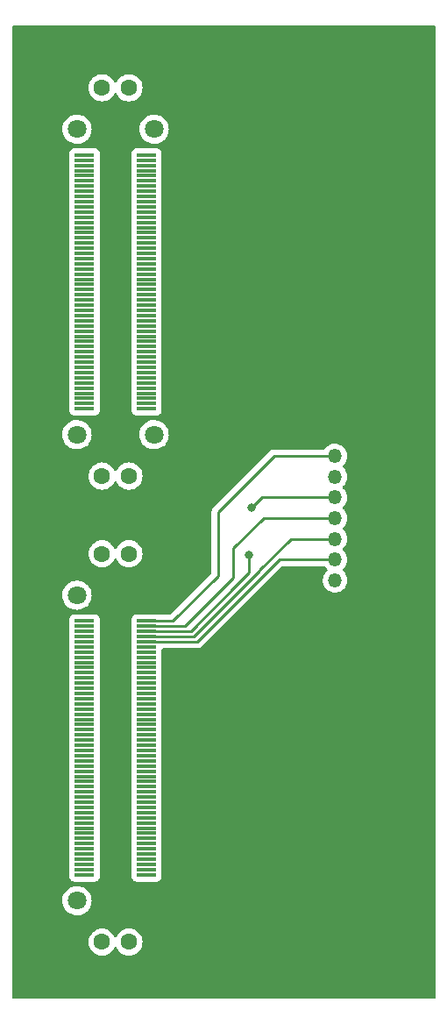
<source format=gbr>
%TF.GenerationSoftware,KiCad,Pcbnew,(6.0.6)*%
%TF.CreationDate,2023-01-26T13:39:55-05:00*%
%TF.ProjectId,TURFIO_RACK_Flex_PCB_Breakout,54555246-494f-45f5-9241-434b5f466c65,rev?*%
%TF.SameCoordinates,Original*%
%TF.FileFunction,Copper,L1,Top*%
%TF.FilePolarity,Positive*%
%FSLAX46Y46*%
G04 Gerber Fmt 4.6, Leading zero omitted, Abs format (unit mm)*
G04 Created by KiCad (PCBNEW (6.0.6)) date 2023-01-26 13:39:55*
%MOMM*%
%LPD*%
G01*
G04 APERTURE LIST*
%TA.AperFunction,SMDPad,CuDef*%
%ADD10R,1.905000X0.304800*%
%TD*%
%TA.AperFunction,ComponentPad*%
%ADD11C,1.803400*%
%TD*%
%TA.AperFunction,ComponentPad*%
%ADD12C,1.600200*%
%TD*%
%TA.AperFunction,ComponentPad*%
%ADD13R,1.350000X1.350000*%
%TD*%
%TA.AperFunction,ComponentPad*%
%ADD14O,1.350000X1.350000*%
%TD*%
%TA.AperFunction,ViaPad*%
%ADD15C,0.800000*%
%TD*%
%TA.AperFunction,Conductor*%
%ADD16C,0.250000*%
%TD*%
G04 APERTURE END LIST*
D10*
%TO.P,J1,1*%
%TO.N,unconnected-(J1-Pad1)*%
X82022150Y-64574799D03*
%TO.P,J1,2*%
%TO.N,unconnected-(J1-Pad2)*%
X82022150Y-65074801D03*
%TO.P,J1,3*%
%TO.N,unconnected-(J1-Pad3)*%
X82022150Y-65574800D03*
%TO.P,J1,4*%
%TO.N,unconnected-(J1-Pad4)*%
X82022150Y-66074799D03*
%TO.P,J1,5*%
%TO.N,unconnected-(J1-Pad5)*%
X82022150Y-66574800D03*
%TO.P,J1,6*%
%TO.N,unconnected-(J1-Pad6)*%
X82022150Y-67074799D03*
%TO.P,J1,7*%
%TO.N,unconnected-(J1-Pad7)*%
X82022150Y-67574801D03*
%TO.P,J1,8*%
%TO.N,unconnected-(J1-Pad8)*%
X82022150Y-68074800D03*
%TO.P,J1,9*%
%TO.N,unconnected-(J1-Pad9)*%
X82022150Y-68574799D03*
%TO.P,J1,10*%
%TO.N,unconnected-(J1-Pad10)*%
X82022150Y-69074800D03*
%TO.P,J1,11*%
%TO.N,unconnected-(J1-Pad11)*%
X82022150Y-69574799D03*
%TO.P,J1,12*%
%TO.N,unconnected-(J1-Pad12)*%
X82022150Y-70074801D03*
%TO.P,J1,13*%
%TO.N,unconnected-(J1-Pad13)*%
X82022150Y-70574800D03*
%TO.P,J1,14*%
%TO.N,unconnected-(J1-Pad14)*%
X82022150Y-71074799D03*
%TO.P,J1,15*%
%TO.N,unconnected-(J1-Pad15)*%
X82022150Y-71574800D03*
%TO.P,J1,16*%
%TO.N,unconnected-(J1-Pad16)*%
X82022150Y-72074799D03*
%TO.P,J1,17*%
%TO.N,unconnected-(J1-Pad17)*%
X82022150Y-72574801D03*
%TO.P,J1,18*%
%TO.N,unconnected-(J1-Pad18)*%
X82022150Y-73074800D03*
%TO.P,J1,19*%
%TO.N,unconnected-(J1-Pad19)*%
X82022150Y-73574799D03*
%TO.P,J1,20*%
%TO.N,unconnected-(J1-Pad20)*%
X82022150Y-74074800D03*
%TO.P,J1,21*%
%TO.N,unconnected-(J1-Pad21)*%
X82022150Y-74574799D03*
%TO.P,J1,22*%
%TO.N,unconnected-(J1-Pad22)*%
X82022150Y-75074801D03*
%TO.P,J1,23*%
%TO.N,unconnected-(J1-Pad23)*%
X82022150Y-75574800D03*
%TO.P,J1,24*%
%TO.N,unconnected-(J1-Pad24)*%
X82022150Y-76074799D03*
%TO.P,J1,25*%
%TO.N,unconnected-(J1-Pad25)*%
X82022150Y-76574800D03*
%TO.P,J1,26*%
%TO.N,unconnected-(J1-Pad26)*%
X82022150Y-77074800D03*
%TO.P,J1,27*%
%TO.N,unconnected-(J1-Pad27)*%
X82022150Y-77574798D03*
%TO.P,J1,28*%
%TO.N,unconnected-(J1-Pad28)*%
X82022150Y-78074800D03*
%TO.P,J1,29*%
%TO.N,unconnected-(J1-Pad29)*%
X82022150Y-78574799D03*
%TO.P,J1,30*%
%TO.N,unconnected-(J1-Pad30)*%
X82022150Y-79074801D03*
%TO.P,J1,31*%
%TO.N,unconnected-(J1-Pad31)*%
X82022150Y-79574800D03*
%TO.P,J1,32*%
%TO.N,unconnected-(J1-Pad32)*%
X82022150Y-80074799D03*
%TO.P,J1,33*%
%TO.N,unconnected-(J1-Pad33)*%
X82022150Y-80574800D03*
%TO.P,J1,34*%
%TO.N,unconnected-(J1-Pad34)*%
X82022150Y-81074799D03*
%TO.P,J1,35*%
%TO.N,unconnected-(J1-Pad35)*%
X82022150Y-81574801D03*
%TO.P,J1,36*%
%TO.N,unconnected-(J1-Pad36)*%
X82022150Y-82074800D03*
%TO.P,J1,37*%
%TO.N,unconnected-(J1-Pad37)*%
X82022150Y-82574799D03*
%TO.P,J1,38*%
%TO.N,unconnected-(J1-Pad38)*%
X82022150Y-83074800D03*
%TO.P,J1,39*%
%TO.N,unconnected-(J1-Pad39)*%
X82022150Y-83574799D03*
%TO.P,J1,40*%
%TO.N,unconnected-(J1-Pad40)*%
X82022150Y-84074801D03*
%TO.P,J1,41*%
%TO.N,unconnected-(J1-Pad41)*%
X82022150Y-84574800D03*
%TO.P,J1,42*%
%TO.N,unconnected-(J1-Pad42)*%
X82022150Y-85074799D03*
%TO.P,J1,43*%
%TO.N,unconnected-(J1-Pad43)*%
X82022150Y-85574800D03*
%TO.P,J1,44*%
%TO.N,unconnected-(J1-Pad44)*%
X82022150Y-86074799D03*
%TO.P,J1,45*%
%TO.N,unconnected-(J1-Pad45)*%
X82022150Y-86574801D03*
%TO.P,J1,46*%
%TO.N,unconnected-(J1-Pad46)*%
X82022150Y-87074800D03*
%TO.P,J1,47*%
%TO.N,unconnected-(J1-Pad47)*%
X82022150Y-87574799D03*
%TO.P,J1,48*%
%TO.N,unconnected-(J1-Pad48)*%
X82022150Y-88074800D03*
%TO.P,J1,49*%
%TO.N,unconnected-(J1-Pad49)*%
X82022150Y-88574799D03*
%TO.P,J1,50*%
%TO.N,unconnected-(J1-Pad50)*%
X82022150Y-89074801D03*
%TO.P,J1,51*%
%TO.N,unconnected-(J1-Pad51)*%
X88022154Y-64574799D03*
%TO.P,J1,52*%
%TO.N,unconnected-(J1-Pad52)*%
X88022154Y-65074801D03*
%TO.P,J1,53*%
%TO.N,unconnected-(J1-Pad53)*%
X88022154Y-65574800D03*
%TO.P,J1,54*%
%TO.N,unconnected-(J1-Pad54)*%
X88022154Y-66074799D03*
%TO.P,J1,55*%
%TO.N,unconnected-(J1-Pad55)*%
X88022154Y-66574800D03*
%TO.P,J1,56*%
%TO.N,unconnected-(J1-Pad56)*%
X88022154Y-67074799D03*
%TO.P,J1,57*%
%TO.N,unconnected-(J1-Pad57)*%
X88022154Y-67574801D03*
%TO.P,J1,58*%
%TO.N,unconnected-(J1-Pad58)*%
X88022154Y-68074800D03*
%TO.P,J1,59*%
%TO.N,unconnected-(J1-Pad59)*%
X88022154Y-68574799D03*
%TO.P,J1,60*%
%TO.N,unconnected-(J1-Pad60)*%
X88022154Y-69074800D03*
%TO.P,J1,61*%
%TO.N,unconnected-(J1-Pad61)*%
X88022154Y-69574799D03*
%TO.P,J1,62*%
%TO.N,unconnected-(J1-Pad62)*%
X88022154Y-70074801D03*
%TO.P,J1,63*%
%TO.N,unconnected-(J1-Pad63)*%
X88022154Y-70574800D03*
%TO.P,J1,64*%
%TO.N,unconnected-(J1-Pad64)*%
X88022154Y-71074799D03*
%TO.P,J1,65*%
%TO.N,unconnected-(J1-Pad65)*%
X88022154Y-71574800D03*
%TO.P,J1,66*%
%TO.N,unconnected-(J1-Pad66)*%
X88022154Y-72074799D03*
%TO.P,J1,67*%
%TO.N,unconnected-(J1-Pad67)*%
X88022154Y-72574801D03*
%TO.P,J1,68*%
%TO.N,unconnected-(J1-Pad68)*%
X88022154Y-73074800D03*
%TO.P,J1,69*%
%TO.N,unconnected-(J1-Pad69)*%
X88022154Y-73574799D03*
%TO.P,J1,70*%
%TO.N,unconnected-(J1-Pad70)*%
X88022154Y-74074800D03*
%TO.P,J1,71*%
%TO.N,unconnected-(J1-Pad71)*%
X88022154Y-74574799D03*
%TO.P,J1,72*%
%TO.N,unconnected-(J1-Pad72)*%
X88022154Y-75074801D03*
%TO.P,J1,73*%
%TO.N,unconnected-(J1-Pad73)*%
X88022154Y-75574800D03*
%TO.P,J1,74*%
%TO.N,unconnected-(J1-Pad74)*%
X88022154Y-76074799D03*
%TO.P,J1,75*%
%TO.N,unconnected-(J1-Pad75)*%
X88022154Y-76574800D03*
%TO.P,J1,76*%
%TO.N,unconnected-(J1-Pad76)*%
X88022154Y-77074800D03*
%TO.P,J1,77*%
%TO.N,unconnected-(J1-Pad77)*%
X88022154Y-77574798D03*
%TO.P,J1,78*%
%TO.N,unconnected-(J1-Pad78)*%
X88022154Y-78074800D03*
%TO.P,J1,79*%
%TO.N,unconnected-(J1-Pad79)*%
X88022154Y-78574799D03*
%TO.P,J1,80*%
%TO.N,unconnected-(J1-Pad80)*%
X88022154Y-79074801D03*
%TO.P,J1,81*%
%TO.N,unconnected-(J1-Pad81)*%
X88022154Y-79574800D03*
%TO.P,J1,82*%
%TO.N,unconnected-(J1-Pad82)*%
X88022154Y-80074799D03*
%TO.P,J1,83*%
%TO.N,unconnected-(J1-Pad83)*%
X88022154Y-80574800D03*
%TO.P,J1,84*%
%TO.N,unconnected-(J1-Pad84)*%
X88022154Y-81074799D03*
%TO.P,J1,85*%
%TO.N,unconnected-(J1-Pad85)*%
X88022154Y-81574801D03*
%TO.P,J1,86*%
%TO.N,unconnected-(J1-Pad86)*%
X88022154Y-82074800D03*
%TO.P,J1,87*%
%TO.N,unconnected-(J1-Pad87)*%
X88022154Y-82574799D03*
%TO.P,J1,88*%
%TO.N,unconnected-(J1-Pad88)*%
X88022154Y-83074800D03*
%TO.P,J1,89*%
%TO.N,unconnected-(J1-Pad89)*%
X88022154Y-83574799D03*
%TO.P,J1,90*%
%TO.N,unconnected-(J1-Pad90)*%
X88022154Y-84074801D03*
%TO.P,J1,91*%
%TO.N,unconnected-(J1-Pad91)*%
X88022154Y-84574800D03*
%TO.P,J1,92*%
%TO.N,unconnected-(J1-Pad92)*%
X88022154Y-85074799D03*
%TO.P,J1,93*%
%TO.N,unconnected-(J1-Pad93)*%
X88022154Y-85574800D03*
%TO.P,J1,94*%
%TO.N,unconnected-(J1-Pad94)*%
X88022154Y-86074799D03*
%TO.P,J1,95*%
%TO.N,unconnected-(J1-Pad95)*%
X88022154Y-86574801D03*
%TO.P,J1,96*%
%TO.N,unconnected-(J1-Pad96)*%
X88022154Y-87074800D03*
%TO.P,J1,97*%
%TO.N,unconnected-(J1-Pad97)*%
X88022154Y-87574799D03*
%TO.P,J1,98*%
%TO.N,unconnected-(J1-Pad98)*%
X88022154Y-88074800D03*
%TO.P,J1,99*%
%TO.N,unconnected-(J1-Pad99)*%
X88022154Y-88574799D03*
%TO.P,J1,100*%
%TO.N,unconnected-(J1-Pad100)*%
X88022154Y-89074801D03*
D11*
%TO.P,J1,101,P1*%
%TO.N,unconnected-(J1-Pad101)*%
X81297153Y-62074804D03*
%TO.P,J1,102,P2*%
%TO.N,unconnected-(J1-Pad102)*%
X81297153Y-91574796D03*
%TO.P,J1,103,P3*%
%TO.N,unconnected-(J1-Pad103)*%
X88747151Y-62074804D03*
%TO.P,J1,104,P4*%
%TO.N,unconnected-(J1-Pad104)*%
X88747151Y-91574796D03*
D12*
%TO.P,J1,105,MH1*%
%TO.N,unconnected-(J1-Pad105)*%
X86322152Y-58074799D03*
%TO.P,J1,106,MH2*%
%TO.N,unconnected-(J1-Pad106)*%
X86322152Y-95574801D03*
%TO.P,J1,107,MH3*%
%TO.N,unconnected-(J1-Pad107)*%
X83722152Y-58074799D03*
%TO.P,J1,108,MH4*%
%TO.N,unconnected-(J1-Pad108)*%
X83722152Y-95574801D03*
%TD*%
D10*
%TO.P,J2,1*%
%TO.N,unconnected-(J2-Pad1)*%
X82022150Y-109574799D03*
%TO.P,J2,2*%
%TO.N,unconnected-(J2-Pad2)*%
X82022150Y-110074801D03*
%TO.P,J2,3*%
%TO.N,unconnected-(J2-Pad3)*%
X82022150Y-110574800D03*
%TO.P,J2,4*%
%TO.N,unconnected-(J2-Pad4)*%
X82022150Y-111074799D03*
%TO.P,J2,5*%
%TO.N,unconnected-(J2-Pad5)*%
X82022150Y-111574800D03*
%TO.P,J2,6*%
%TO.N,unconnected-(J2-Pad6)*%
X82022150Y-112074799D03*
%TO.P,J2,7*%
%TO.N,unconnected-(J2-Pad7)*%
X82022150Y-112574801D03*
%TO.P,J2,8*%
%TO.N,unconnected-(J2-Pad8)*%
X82022150Y-113074800D03*
%TO.P,J2,9*%
%TO.N,unconnected-(J2-Pad9)*%
X82022150Y-113574799D03*
%TO.P,J2,10*%
%TO.N,unconnected-(J2-Pad10)*%
X82022150Y-114074800D03*
%TO.P,J2,11*%
%TO.N,unconnected-(J2-Pad11)*%
X82022150Y-114574799D03*
%TO.P,J2,12*%
%TO.N,unconnected-(J2-Pad12)*%
X82022150Y-115074801D03*
%TO.P,J2,13*%
%TO.N,unconnected-(J2-Pad13)*%
X82022150Y-115574800D03*
%TO.P,J2,14*%
%TO.N,unconnected-(J2-Pad14)*%
X82022150Y-116074799D03*
%TO.P,J2,15*%
%TO.N,unconnected-(J2-Pad15)*%
X82022150Y-116574800D03*
%TO.P,J2,16*%
%TO.N,unconnected-(J2-Pad16)*%
X82022150Y-117074799D03*
%TO.P,J2,17*%
%TO.N,unconnected-(J2-Pad17)*%
X82022150Y-117574801D03*
%TO.P,J2,18*%
%TO.N,unconnected-(J2-Pad18)*%
X82022150Y-118074800D03*
%TO.P,J2,19*%
%TO.N,unconnected-(J2-Pad19)*%
X82022150Y-118574799D03*
%TO.P,J2,20*%
%TO.N,unconnected-(J2-Pad20)*%
X82022150Y-119074800D03*
%TO.P,J2,21*%
%TO.N,unconnected-(J2-Pad21)*%
X82022150Y-119574799D03*
%TO.P,J2,22*%
%TO.N,unconnected-(J2-Pad22)*%
X82022150Y-120074801D03*
%TO.P,J2,23*%
%TO.N,unconnected-(J2-Pad23)*%
X82022150Y-120574800D03*
%TO.P,J2,24*%
%TO.N,unconnected-(J2-Pad24)*%
X82022150Y-121074799D03*
%TO.P,J2,25*%
%TO.N,unconnected-(J2-Pad25)*%
X82022150Y-121574800D03*
%TO.P,J2,26*%
%TO.N,unconnected-(J2-Pad26)*%
X82022150Y-122074800D03*
%TO.P,J2,27*%
%TO.N,unconnected-(J2-Pad27)*%
X82022150Y-122574798D03*
%TO.P,J2,28*%
%TO.N,unconnected-(J2-Pad28)*%
X82022150Y-123074800D03*
%TO.P,J2,29*%
%TO.N,unconnected-(J2-Pad29)*%
X82022150Y-123574799D03*
%TO.P,J2,30*%
%TO.N,unconnected-(J2-Pad30)*%
X82022150Y-124074801D03*
%TO.P,J2,31*%
%TO.N,unconnected-(J2-Pad31)*%
X82022150Y-124574800D03*
%TO.P,J2,32*%
%TO.N,unconnected-(J2-Pad32)*%
X82022150Y-125074799D03*
%TO.P,J2,33*%
%TO.N,unconnected-(J2-Pad33)*%
X82022150Y-125574800D03*
%TO.P,J2,34*%
%TO.N,unconnected-(J2-Pad34)*%
X82022150Y-126074799D03*
%TO.P,J2,35*%
%TO.N,unconnected-(J2-Pad35)*%
X82022150Y-126574801D03*
%TO.P,J2,36*%
%TO.N,unconnected-(J2-Pad36)*%
X82022150Y-127074800D03*
%TO.P,J2,37*%
%TO.N,unconnected-(J2-Pad37)*%
X82022150Y-127574799D03*
%TO.P,J2,38*%
%TO.N,unconnected-(J2-Pad38)*%
X82022150Y-128074800D03*
%TO.P,J2,39*%
%TO.N,unconnected-(J2-Pad39)*%
X82022150Y-128574799D03*
%TO.P,J2,40*%
%TO.N,unconnected-(J2-Pad40)*%
X82022150Y-129074801D03*
%TO.P,J2,41*%
%TO.N,unconnected-(J2-Pad41)*%
X82022150Y-129574800D03*
%TO.P,J2,42*%
%TO.N,unconnected-(J2-Pad42)*%
X82022150Y-130074799D03*
%TO.P,J2,43*%
%TO.N,unconnected-(J2-Pad43)*%
X82022150Y-130574800D03*
%TO.P,J2,44*%
%TO.N,unconnected-(J2-Pad44)*%
X82022150Y-131074799D03*
%TO.P,J2,45*%
%TO.N,unconnected-(J2-Pad45)*%
X82022150Y-131574801D03*
%TO.P,J2,46*%
%TO.N,unconnected-(J2-Pad46)*%
X82022150Y-132074800D03*
%TO.P,J2,47*%
%TO.N,unconnected-(J2-Pad47)*%
X82022150Y-132574799D03*
%TO.P,J2,48*%
%TO.N,unconnected-(J2-Pad48)*%
X82022150Y-133074800D03*
%TO.P,J2,49*%
%TO.N,unconnected-(J2-Pad49)*%
X82022150Y-133574799D03*
%TO.P,J2,50*%
%TO.N,unconnected-(J2-Pad50)*%
X82022150Y-134074801D03*
%TO.P,J2,51*%
%TO.N,/T~CTRL*%
X88022154Y-109574799D03*
%TO.P,J2,52*%
%TO.N,/TTDI*%
X88022154Y-110074801D03*
%TO.P,J2,53*%
%TO.N,/TTDO*%
X88022154Y-110574800D03*
%TO.P,J2,54*%
%TO.N,/TTCK*%
X88022154Y-111074799D03*
%TO.P,J2,55*%
%TO.N,/TTMS*%
X88022154Y-111574800D03*
%TO.P,J2,56*%
%TO.N,unconnected-(J2-Pad56)*%
X88022154Y-112074799D03*
%TO.P,J2,57*%
%TO.N,unconnected-(J2-Pad57)*%
X88022154Y-112574801D03*
%TO.P,J2,58*%
%TO.N,unconnected-(J2-Pad58)*%
X88022154Y-113074800D03*
%TO.P,J2,59*%
%TO.N,unconnected-(J2-Pad59)*%
X88022154Y-113574799D03*
%TO.P,J2,60*%
%TO.N,unconnected-(J2-Pad60)*%
X88022154Y-114074800D03*
%TO.P,J2,61*%
%TO.N,unconnected-(J2-Pad61)*%
X88022154Y-114574799D03*
%TO.P,J2,62*%
%TO.N,unconnected-(J2-Pad62)*%
X88022154Y-115074801D03*
%TO.P,J2,63*%
%TO.N,unconnected-(J2-Pad63)*%
X88022154Y-115574800D03*
%TO.P,J2,64*%
%TO.N,unconnected-(J2-Pad64)*%
X88022154Y-116074799D03*
%TO.P,J2,65*%
%TO.N,unconnected-(J2-Pad65)*%
X88022154Y-116574800D03*
%TO.P,J2,66*%
%TO.N,unconnected-(J2-Pad66)*%
X88022154Y-117074799D03*
%TO.P,J2,67*%
%TO.N,unconnected-(J2-Pad67)*%
X88022154Y-117574801D03*
%TO.P,J2,68*%
%TO.N,unconnected-(J2-Pad68)*%
X88022154Y-118074800D03*
%TO.P,J2,69*%
%TO.N,unconnected-(J2-Pad69)*%
X88022154Y-118574799D03*
%TO.P,J2,70*%
%TO.N,unconnected-(J2-Pad70)*%
X88022154Y-119074800D03*
%TO.P,J2,71*%
%TO.N,unconnected-(J2-Pad71)*%
X88022154Y-119574799D03*
%TO.P,J2,72*%
%TO.N,unconnected-(J2-Pad72)*%
X88022154Y-120074801D03*
%TO.P,J2,73*%
%TO.N,unconnected-(J2-Pad73)*%
X88022154Y-120574800D03*
%TO.P,J2,74*%
%TO.N,unconnected-(J2-Pad74)*%
X88022154Y-121074799D03*
%TO.P,J2,75*%
%TO.N,unconnected-(J2-Pad75)*%
X88022154Y-121574800D03*
%TO.P,J2,76*%
%TO.N,unconnected-(J2-Pad76)*%
X88022154Y-122074800D03*
%TO.P,J2,77*%
%TO.N,unconnected-(J2-Pad77)*%
X88022154Y-122574798D03*
%TO.P,J2,78*%
%TO.N,unconnected-(J2-Pad78)*%
X88022154Y-123074800D03*
%TO.P,J2,79*%
%TO.N,unconnected-(J2-Pad79)*%
X88022154Y-123574799D03*
%TO.P,J2,80*%
%TO.N,unconnected-(J2-Pad80)*%
X88022154Y-124074801D03*
%TO.P,J2,81*%
%TO.N,unconnected-(J2-Pad81)*%
X88022154Y-124574800D03*
%TO.P,J2,82*%
%TO.N,unconnected-(J2-Pad82)*%
X88022154Y-125074799D03*
%TO.P,J2,83*%
%TO.N,unconnected-(J2-Pad83)*%
X88022154Y-125574800D03*
%TO.P,J2,84*%
%TO.N,unconnected-(J2-Pad84)*%
X88022154Y-126074799D03*
%TO.P,J2,85*%
%TO.N,unconnected-(J2-Pad85)*%
X88022154Y-126574801D03*
%TO.P,J2,86*%
%TO.N,unconnected-(J2-Pad86)*%
X88022154Y-127074800D03*
%TO.P,J2,87*%
%TO.N,unconnected-(J2-Pad87)*%
X88022154Y-127574799D03*
%TO.P,J2,88*%
%TO.N,unconnected-(J2-Pad88)*%
X88022154Y-128074800D03*
%TO.P,J2,89*%
%TO.N,unconnected-(J2-Pad89)*%
X88022154Y-128574799D03*
%TO.P,J2,90*%
%TO.N,unconnected-(J2-Pad90)*%
X88022154Y-129074801D03*
%TO.P,J2,91*%
%TO.N,unconnected-(J2-Pad91)*%
X88022154Y-129574800D03*
%TO.P,J2,92*%
%TO.N,unconnected-(J2-Pad92)*%
X88022154Y-130074799D03*
%TO.P,J2,93*%
%TO.N,unconnected-(J2-Pad93)*%
X88022154Y-130574800D03*
%TO.P,J2,94*%
%TO.N,unconnected-(J2-Pad94)*%
X88022154Y-131074799D03*
%TO.P,J2,95*%
%TO.N,unconnected-(J2-Pad95)*%
X88022154Y-131574801D03*
%TO.P,J2,96*%
%TO.N,unconnected-(J2-Pad96)*%
X88022154Y-132074800D03*
%TO.P,J2,97*%
%TO.N,unconnected-(J2-Pad97)*%
X88022154Y-132574799D03*
%TO.P,J2,98*%
%TO.N,unconnected-(J2-Pad98)*%
X88022154Y-133074800D03*
%TO.P,J2,99*%
%TO.N,unconnected-(J2-Pad99)*%
X88022154Y-133574799D03*
%TO.P,J2,100*%
%TO.N,unconnected-(J2-Pad100)*%
X88022154Y-134074801D03*
D11*
%TO.P,J2,101,P1*%
%TO.N,unconnected-(J2-Pad101)*%
X81297153Y-107074804D03*
%TO.P,J2,102,P2*%
%TO.N,unconnected-(J2-Pad102)*%
X81297153Y-136574796D03*
%TO.P,J2,103,P3*%
%TO.N,GND*%
X88747151Y-107074804D03*
%TO.P,J2,104,P4*%
X88747151Y-136574796D03*
D12*
%TO.P,J2,105,MH1*%
%TO.N,unconnected-(J2-Pad105)*%
X86322152Y-103074799D03*
%TO.P,J2,106,MH2*%
%TO.N,unconnected-(J2-Pad106)*%
X86322152Y-140574801D03*
%TO.P,J2,107,MH3*%
%TO.N,unconnected-(J2-Pad107)*%
X83722152Y-103074799D03*
%TO.P,J2,108,MH4*%
%TO.N,unconnected-(J2-Pad108)*%
X83722152Y-140574801D03*
%TD*%
D13*
%TO.P,J3,1,Pin_1*%
%TO.N,GND*%
X108230000Y-105630000D03*
D14*
%TO.P,J3,2,Pin_2*%
%TO.N,unconnected-(J3-Pad2)*%
X106230000Y-105630000D03*
%TO.P,J3,3,Pin_3*%
%TO.N,GND*%
X108230000Y-103630000D03*
%TO.P,J3,4,Pin_4*%
%TO.N,/TTMS*%
X106230000Y-103630000D03*
%TO.P,J3,5,Pin_5*%
%TO.N,GND*%
X108230000Y-101630000D03*
%TO.P,J3,6,Pin_6*%
%TO.N,/TTCK*%
X106230000Y-101630000D03*
%TO.P,J3,7,Pin_7*%
%TO.N,GND*%
X108230000Y-99630000D03*
%TO.P,J3,8,Pin_8*%
%TO.N,/TTDI*%
X106230000Y-99630000D03*
%TO.P,J3,9,Pin_9*%
%TO.N,GND*%
X108230000Y-97630000D03*
%TO.P,J3,10,Pin_10*%
%TO.N,/TTDO*%
X106230000Y-97630000D03*
%TO.P,J3,11,Pin_11*%
%TO.N,GND*%
X108230000Y-95630000D03*
%TO.P,J3,12,Pin_12*%
%TO.N,unconnected-(J3-Pad12)*%
X106230000Y-95630000D03*
%TO.P,J3,13,Pin_13*%
%TO.N,GND*%
X108230000Y-93630000D03*
%TO.P,J3,14,Pin_14*%
%TO.N,/T~CTRL*%
X106230000Y-93630000D03*
%TD*%
D15*
%TO.N,/TTDO*%
X98200000Y-98620000D03*
X97950000Y-103210000D03*
%TD*%
D16*
%TO.N,/T~CTRL*%
X94930000Y-105210000D02*
X94930000Y-99070000D01*
X100370000Y-93630000D02*
X106230000Y-93630000D01*
X90565201Y-109574799D02*
X94930000Y-105210000D01*
X88022154Y-109574799D02*
X90565201Y-109574799D01*
X94930000Y-99070000D02*
X100370000Y-93630000D01*
%TO.N,/TTDI*%
X99310000Y-99630000D02*
X106230000Y-99630000D01*
X96420000Y-102520000D02*
X99310000Y-99630000D01*
X88022154Y-110074801D02*
X91765199Y-110074801D01*
X91765199Y-110074801D02*
X96420000Y-105420000D01*
X96420000Y-105420000D02*
X96420000Y-102520000D01*
%TO.N,/TTDO*%
X97950000Y-104910000D02*
X97950000Y-103210000D01*
X96750000Y-106110000D02*
X97950000Y-104910000D01*
X92285200Y-110574800D02*
X96750000Y-106110000D01*
X99190000Y-97630000D02*
X106230000Y-97630000D01*
X98200000Y-98620000D02*
X99190000Y-97630000D01*
X88022154Y-110574800D02*
X92285200Y-110574800D01*
%TO.N,/TTCK*%
X98940000Y-104670000D02*
X101980000Y-101630000D01*
X98940000Y-104690000D02*
X98940000Y-104670000D01*
X92555201Y-111074799D02*
X98940000Y-104690000D01*
X88022154Y-111074799D02*
X92555201Y-111074799D01*
X101980000Y-101630000D02*
X106230000Y-101630000D01*
%TO.N,/TTMS*%
X88022154Y-111574800D02*
X92895200Y-111574800D01*
X92895200Y-111574800D02*
X100840000Y-103630000D01*
X100840000Y-103630000D02*
X106230000Y-103630000D01*
%TD*%
%TA.AperFunction,Conductor*%
%TO.N,GND*%
G36*
X115873621Y-52088502D02*
G01*
X115920114Y-52142158D01*
X115931500Y-52194500D01*
X115931500Y-145885500D01*
X115911498Y-145953621D01*
X115857842Y-146000114D01*
X115805500Y-146011500D01*
X75144500Y-146011500D01*
X75076379Y-145991498D01*
X75029886Y-145937842D01*
X75018500Y-145885500D01*
X75018500Y-140574801D01*
X82408553Y-140574801D01*
X82428510Y-140802905D01*
X82487773Y-141024078D01*
X82490095Y-141029059D01*
X82490096Y-141029060D01*
X82582216Y-141226613D01*
X82582219Y-141226618D01*
X82584542Y-141231600D01*
X82715877Y-141419166D01*
X82877787Y-141581076D01*
X83065352Y-141712411D01*
X83070334Y-141714734D01*
X83070339Y-141714737D01*
X83267893Y-141806857D01*
X83272875Y-141809180D01*
X83278183Y-141810602D01*
X83278185Y-141810603D01*
X83488733Y-141867019D01*
X83488735Y-141867019D01*
X83494048Y-141868443D01*
X83722152Y-141888400D01*
X83950256Y-141868443D01*
X83955569Y-141867019D01*
X83955571Y-141867019D01*
X84166119Y-141810603D01*
X84166121Y-141810602D01*
X84171429Y-141809180D01*
X84176411Y-141806857D01*
X84373965Y-141714737D01*
X84373970Y-141714734D01*
X84378952Y-141712411D01*
X84566517Y-141581076D01*
X84728427Y-141419166D01*
X84859762Y-141231600D01*
X84862085Y-141226618D01*
X84862088Y-141226613D01*
X84907957Y-141128245D01*
X84954874Y-141074960D01*
X85023151Y-141055499D01*
X85091111Y-141076041D01*
X85136347Y-141128245D01*
X85182216Y-141226613D01*
X85182219Y-141226618D01*
X85184542Y-141231600D01*
X85315877Y-141419166D01*
X85477787Y-141581076D01*
X85665352Y-141712411D01*
X85670334Y-141714734D01*
X85670339Y-141714737D01*
X85867893Y-141806857D01*
X85872875Y-141809180D01*
X85878183Y-141810602D01*
X85878185Y-141810603D01*
X86088733Y-141867019D01*
X86088735Y-141867019D01*
X86094048Y-141868443D01*
X86322152Y-141888400D01*
X86550256Y-141868443D01*
X86555569Y-141867019D01*
X86555571Y-141867019D01*
X86766119Y-141810603D01*
X86766121Y-141810602D01*
X86771429Y-141809180D01*
X86776411Y-141806857D01*
X86973965Y-141714737D01*
X86973970Y-141714734D01*
X86978952Y-141712411D01*
X87166517Y-141581076D01*
X87328427Y-141419166D01*
X87459762Y-141231600D01*
X87462085Y-141226618D01*
X87462088Y-141226613D01*
X87554208Y-141029060D01*
X87554209Y-141029059D01*
X87556531Y-141024078D01*
X87615794Y-140802905D01*
X87635751Y-140574801D01*
X87615794Y-140346697D01*
X87556531Y-140125524D01*
X87541879Y-140094103D01*
X87462088Y-139922989D01*
X87462085Y-139922984D01*
X87459762Y-139918002D01*
X87328427Y-139730436D01*
X87166517Y-139568526D01*
X86978952Y-139437191D01*
X86973970Y-139434868D01*
X86973965Y-139434865D01*
X86776411Y-139342745D01*
X86776410Y-139342745D01*
X86771429Y-139340422D01*
X86766121Y-139339000D01*
X86766119Y-139338999D01*
X86555571Y-139282583D01*
X86555569Y-139282583D01*
X86550256Y-139281159D01*
X86322152Y-139261202D01*
X86094048Y-139281159D01*
X86088735Y-139282583D01*
X86088733Y-139282583D01*
X85878185Y-139338999D01*
X85878183Y-139339000D01*
X85872875Y-139340422D01*
X85867894Y-139342744D01*
X85867893Y-139342745D01*
X85670340Y-139434865D01*
X85670335Y-139434868D01*
X85665353Y-139437191D01*
X85660846Y-139440347D01*
X85660844Y-139440348D01*
X85482298Y-139565367D01*
X85482295Y-139565369D01*
X85477787Y-139568526D01*
X85315877Y-139730436D01*
X85184542Y-139918002D01*
X85182219Y-139922984D01*
X85182216Y-139922989D01*
X85136347Y-140021357D01*
X85089430Y-140074642D01*
X85021153Y-140094103D01*
X84953193Y-140073561D01*
X84907957Y-140021357D01*
X84862088Y-139922989D01*
X84862085Y-139922984D01*
X84859762Y-139918002D01*
X84728427Y-139730436D01*
X84566517Y-139568526D01*
X84378952Y-139437191D01*
X84373970Y-139434868D01*
X84373965Y-139434865D01*
X84176411Y-139342745D01*
X84176410Y-139342745D01*
X84171429Y-139340422D01*
X84166121Y-139339000D01*
X84166119Y-139338999D01*
X83955571Y-139282583D01*
X83955569Y-139282583D01*
X83950256Y-139281159D01*
X83722152Y-139261202D01*
X83494048Y-139281159D01*
X83488735Y-139282583D01*
X83488733Y-139282583D01*
X83278185Y-139338999D01*
X83278183Y-139339000D01*
X83272875Y-139340422D01*
X83267894Y-139342744D01*
X83267893Y-139342745D01*
X83070340Y-139434865D01*
X83070335Y-139434868D01*
X83065353Y-139437191D01*
X83060846Y-139440347D01*
X83060844Y-139440348D01*
X82882298Y-139565367D01*
X82882295Y-139565369D01*
X82877787Y-139568526D01*
X82715877Y-139730436D01*
X82584542Y-139918002D01*
X82582219Y-139922984D01*
X82582216Y-139922989D01*
X82502425Y-140094103D01*
X82487773Y-140125524D01*
X82428510Y-140346697D01*
X82408553Y-140574801D01*
X75018500Y-140574801D01*
X75018500Y-136540224D01*
X79882542Y-136540224D01*
X79895891Y-136771731D01*
X79946871Y-136997949D01*
X80034115Y-137212803D01*
X80155278Y-137410523D01*
X80307106Y-137585798D01*
X80485523Y-137733923D01*
X80489975Y-137736525D01*
X80489980Y-137736528D01*
X80681279Y-137848314D01*
X80685737Y-137850919D01*
X80902371Y-137933643D01*
X80907439Y-137934674D01*
X80907442Y-137934675D01*
X81019243Y-137957421D01*
X81129607Y-137979875D01*
X81134780Y-137980065D01*
X81134783Y-137980065D01*
X81356179Y-137988183D01*
X81356183Y-137988183D01*
X81361343Y-137988372D01*
X81366463Y-137987716D01*
X81366465Y-137987716D01*
X81437262Y-137978647D01*
X81591355Y-137958907D01*
X81596304Y-137957422D01*
X81596310Y-137957421D01*
X81808523Y-137893754D01*
X81813466Y-137892271D01*
X82021711Y-137790253D01*
X82105309Y-137730623D01*
X82206285Y-137658598D01*
X82206290Y-137658594D01*
X82210497Y-137655593D01*
X82374755Y-137491907D01*
X82510073Y-137303592D01*
X82552769Y-137217204D01*
X82610523Y-137100346D01*
X82610524Y-137100344D01*
X82612817Y-137095704D01*
X82644053Y-136992895D01*
X82678725Y-136878780D01*
X82678726Y-136878774D01*
X82680229Y-136873828D01*
X82710497Y-136643920D01*
X82712186Y-136574796D01*
X82705887Y-136498182D01*
X82693609Y-136348835D01*
X82693608Y-136348829D01*
X82693185Y-136343684D01*
X82636693Y-136118779D01*
X82544226Y-135906121D01*
X82418269Y-135711420D01*
X82390180Y-135680550D01*
X82265681Y-135543728D01*
X82265679Y-135543727D01*
X82262203Y-135539906D01*
X82258152Y-135536707D01*
X82258148Y-135536703D01*
X82084278Y-135399390D01*
X82080220Y-135396185D01*
X81877208Y-135284116D01*
X81758773Y-135242176D01*
X81663492Y-135208435D01*
X81663488Y-135208434D01*
X81658617Y-135206709D01*
X81653524Y-135205802D01*
X81653521Y-135205801D01*
X81435408Y-135166949D01*
X81435402Y-135166948D01*
X81430319Y-135166043D01*
X81341785Y-135164961D01*
X81203614Y-135163273D01*
X81203612Y-135163273D01*
X81198445Y-135163210D01*
X80969222Y-135198286D01*
X80748806Y-135270329D01*
X80744218Y-135272717D01*
X80744214Y-135272719D01*
X80547704Y-135375016D01*
X80543115Y-135377405D01*
X80538982Y-135380508D01*
X80538979Y-135380510D01*
X80361810Y-135513532D01*
X80357675Y-135516637D01*
X80197466Y-135684287D01*
X80066789Y-135875852D01*
X79969154Y-136086188D01*
X79907184Y-136309645D01*
X79882542Y-136540224D01*
X75018500Y-136540224D01*
X75018500Y-134275335D01*
X80561150Y-134275335D01*
X80567905Y-134337517D01*
X80619035Y-134473906D01*
X80706389Y-134590462D01*
X80822945Y-134677816D01*
X80959334Y-134728946D01*
X81021516Y-134735701D01*
X83022784Y-134735701D01*
X83084966Y-134728946D01*
X83221355Y-134677816D01*
X83337911Y-134590462D01*
X83425265Y-134473906D01*
X83476395Y-134337517D01*
X83483150Y-134275335D01*
X86561154Y-134275335D01*
X86567909Y-134337517D01*
X86619039Y-134473906D01*
X86706393Y-134590462D01*
X86822949Y-134677816D01*
X86959338Y-134728946D01*
X87021520Y-134735701D01*
X89022788Y-134735701D01*
X89084970Y-134728946D01*
X89221359Y-134677816D01*
X89337915Y-134590462D01*
X89425269Y-134473906D01*
X89476399Y-134337517D01*
X89483154Y-134275335D01*
X89483154Y-133874267D01*
X89479258Y-133838405D01*
X89479258Y-133811195D01*
X89483154Y-133775333D01*
X89483154Y-133374265D01*
X89482785Y-133370864D01*
X89479259Y-133338406D01*
X89479259Y-133311192D01*
X89482785Y-133278734D01*
X89482785Y-133278727D01*
X89483154Y-133275334D01*
X89483154Y-132874266D01*
X89479258Y-132838404D01*
X89479258Y-132811194D01*
X89483154Y-132775333D01*
X89483154Y-132374265D01*
X89482785Y-132370865D01*
X89479259Y-132338407D01*
X89479259Y-132311193D01*
X89482785Y-132278735D01*
X89482785Y-132278726D01*
X89483154Y-132275334D01*
X89483154Y-131874266D01*
X89482785Y-131870865D01*
X89479259Y-131838407D01*
X89479259Y-131811193D01*
X89482785Y-131778735D01*
X89482785Y-131778728D01*
X89483154Y-131775335D01*
X89483154Y-131374267D01*
X89479258Y-131338405D01*
X89479258Y-131311195D01*
X89483154Y-131275333D01*
X89483154Y-130874265D01*
X89482785Y-130870864D01*
X89479259Y-130838406D01*
X89479259Y-130811192D01*
X89482785Y-130778734D01*
X89482785Y-130778727D01*
X89483154Y-130775334D01*
X89483154Y-130374266D01*
X89479258Y-130338405D01*
X89479258Y-130311195D01*
X89483154Y-130275333D01*
X89483154Y-129874265D01*
X89482785Y-129870864D01*
X89479259Y-129838406D01*
X89479259Y-129811192D01*
X89482785Y-129778734D01*
X89482785Y-129778727D01*
X89483154Y-129775334D01*
X89483154Y-129374266D01*
X89482785Y-129370865D01*
X89479259Y-129338407D01*
X89479259Y-129311193D01*
X89482785Y-129278735D01*
X89482785Y-129278728D01*
X89483154Y-129275335D01*
X89483154Y-128874267D01*
X89479258Y-128838405D01*
X89479258Y-128811195D01*
X89483154Y-128775333D01*
X89483154Y-128374265D01*
X89482785Y-128370864D01*
X89479259Y-128338406D01*
X89479259Y-128311192D01*
X89482785Y-128278734D01*
X89482785Y-128278727D01*
X89483154Y-128275334D01*
X89483154Y-127874266D01*
X89479258Y-127838404D01*
X89479258Y-127811194D01*
X89483154Y-127775333D01*
X89483154Y-127374265D01*
X89482785Y-127370864D01*
X89479259Y-127338406D01*
X89479259Y-127311192D01*
X89482785Y-127278734D01*
X89482785Y-127278727D01*
X89483154Y-127275334D01*
X89483154Y-126874266D01*
X89482785Y-126870865D01*
X89479259Y-126838407D01*
X89479259Y-126811193D01*
X89482785Y-126778735D01*
X89482785Y-126778728D01*
X89483154Y-126775335D01*
X89483154Y-126374267D01*
X89479258Y-126338405D01*
X89479258Y-126311195D01*
X89483154Y-126275333D01*
X89483154Y-125874265D01*
X89482785Y-125870865D01*
X89479259Y-125838407D01*
X89479259Y-125811193D01*
X89482785Y-125778735D01*
X89482785Y-125778726D01*
X89483154Y-125775334D01*
X89483154Y-125374266D01*
X89479258Y-125338404D01*
X89479258Y-125311194D01*
X89483154Y-125275333D01*
X89483154Y-124874265D01*
X89482785Y-124870864D01*
X89479259Y-124838406D01*
X89479259Y-124811192D01*
X89482785Y-124778734D01*
X89482785Y-124778727D01*
X89483154Y-124775334D01*
X89483154Y-124374266D01*
X89482785Y-124370865D01*
X89479259Y-124338407D01*
X89479259Y-124311193D01*
X89482785Y-124278735D01*
X89482785Y-124278728D01*
X89483154Y-124275335D01*
X89483154Y-123874267D01*
X89479258Y-123838405D01*
X89479258Y-123811195D01*
X89483154Y-123775333D01*
X89483154Y-123374265D01*
X89482785Y-123370865D01*
X89479259Y-123338407D01*
X89479259Y-123311193D01*
X89482785Y-123278735D01*
X89482785Y-123278726D01*
X89483154Y-123275334D01*
X89483154Y-122874266D01*
X89479258Y-122838404D01*
X89479258Y-122811194D01*
X89483154Y-122775332D01*
X89483154Y-122374264D01*
X89482785Y-122370864D01*
X89479259Y-122338406D01*
X89479259Y-122311192D01*
X89482785Y-122278734D01*
X89482785Y-122278727D01*
X89483154Y-122275334D01*
X89483154Y-121874266D01*
X89479258Y-121838405D01*
X89479258Y-121811195D01*
X89483154Y-121775334D01*
X89483154Y-121374266D01*
X89479258Y-121338405D01*
X89479258Y-121311195D01*
X89483154Y-121275333D01*
X89483154Y-120874265D01*
X89482785Y-120870865D01*
X89479259Y-120838407D01*
X89479259Y-120811193D01*
X89482785Y-120778735D01*
X89482785Y-120778726D01*
X89483154Y-120775334D01*
X89483154Y-120374266D01*
X89482785Y-120370866D01*
X89479259Y-120338408D01*
X89479259Y-120311194D01*
X89482785Y-120278736D01*
X89482785Y-120278727D01*
X89483154Y-120275335D01*
X89483154Y-119874267D01*
X89479258Y-119838405D01*
X89479258Y-119811195D01*
X89483154Y-119775333D01*
X89483154Y-119374265D01*
X89482785Y-119370864D01*
X89479259Y-119338406D01*
X89479259Y-119311192D01*
X89482785Y-119278734D01*
X89482785Y-119278727D01*
X89483154Y-119275334D01*
X89483154Y-118874266D01*
X89479258Y-118838405D01*
X89479258Y-118811195D01*
X89483154Y-118775333D01*
X89483154Y-118374265D01*
X89482785Y-118370865D01*
X89479259Y-118338407D01*
X89479259Y-118311193D01*
X89482785Y-118278735D01*
X89482785Y-118278726D01*
X89483154Y-118275334D01*
X89483154Y-117874266D01*
X89482785Y-117870865D01*
X89479259Y-117838407D01*
X89479259Y-117811193D01*
X89482785Y-117778735D01*
X89482785Y-117778728D01*
X89483154Y-117775335D01*
X89483154Y-117374267D01*
X89479258Y-117338405D01*
X89479258Y-117311195D01*
X89483154Y-117275333D01*
X89483154Y-116874265D01*
X89482785Y-116870865D01*
X89479259Y-116838407D01*
X89479259Y-116811193D01*
X89482785Y-116778735D01*
X89482785Y-116778726D01*
X89483154Y-116775334D01*
X89483154Y-116374266D01*
X89479258Y-116338404D01*
X89479258Y-116311194D01*
X89483154Y-116275333D01*
X89483154Y-115874265D01*
X89482785Y-115870864D01*
X89479259Y-115838406D01*
X89479259Y-115811192D01*
X89482785Y-115778734D01*
X89482785Y-115778727D01*
X89483154Y-115775334D01*
X89483154Y-115374266D01*
X89482785Y-115370865D01*
X89479259Y-115338407D01*
X89479259Y-115311193D01*
X89482785Y-115278735D01*
X89482785Y-115278728D01*
X89483154Y-115275335D01*
X89483154Y-114874267D01*
X89479258Y-114838405D01*
X89479258Y-114811195D01*
X89483154Y-114775333D01*
X89483154Y-114374265D01*
X89482785Y-114370865D01*
X89479259Y-114338407D01*
X89479259Y-114311193D01*
X89482785Y-114278735D01*
X89482785Y-114278726D01*
X89483154Y-114275334D01*
X89483154Y-113874266D01*
X89479258Y-113838405D01*
X89479258Y-113811195D01*
X89483154Y-113775333D01*
X89483154Y-113374265D01*
X89482785Y-113370864D01*
X89479259Y-113338406D01*
X89479259Y-113311192D01*
X89482785Y-113278734D01*
X89482785Y-113278727D01*
X89483154Y-113275334D01*
X89483154Y-112874266D01*
X89482785Y-112870866D01*
X89479259Y-112838408D01*
X89479259Y-112811194D01*
X89482785Y-112778736D01*
X89482785Y-112778727D01*
X89483154Y-112775335D01*
X89483154Y-112374267D01*
X89480290Y-112347908D01*
X89492817Y-112278028D01*
X89541137Y-112226011D01*
X89605553Y-112208300D01*
X92816433Y-112208300D01*
X92827616Y-112208827D01*
X92835109Y-112210502D01*
X92843035Y-112210253D01*
X92843036Y-112210253D01*
X92903186Y-112208362D01*
X92907145Y-112208300D01*
X92935056Y-112208300D01*
X92938991Y-112207803D01*
X92939056Y-112207795D01*
X92950893Y-112206862D01*
X92983151Y-112205848D01*
X92987170Y-112205722D01*
X92995089Y-112205473D01*
X93014543Y-112199821D01*
X93033900Y-112195813D01*
X93046130Y-112194268D01*
X93046131Y-112194268D01*
X93053997Y-112193274D01*
X93061368Y-112190355D01*
X93061370Y-112190355D01*
X93095112Y-112176996D01*
X93106342Y-112173151D01*
X93141183Y-112163029D01*
X93141184Y-112163029D01*
X93148793Y-112160818D01*
X93155612Y-112156785D01*
X93155617Y-112156783D01*
X93166228Y-112150507D01*
X93183976Y-112141812D01*
X93202817Y-112134352D01*
X93238587Y-112108364D01*
X93248507Y-112101848D01*
X93279735Y-112083380D01*
X93279738Y-112083378D01*
X93286562Y-112079342D01*
X93300883Y-112065021D01*
X93315917Y-112052180D01*
X93325894Y-112044931D01*
X93332307Y-112040272D01*
X93360498Y-112006195D01*
X93368488Y-111997416D01*
X101065500Y-104300405D01*
X101127812Y-104266379D01*
X101154595Y-104263500D01*
X105163139Y-104263500D01*
X105231260Y-104283502D01*
X105266036Y-104316779D01*
X105326204Y-104401914D01*
X105330342Y-104405945D01*
X105469741Y-104541741D01*
X105504579Y-104603602D01*
X105500442Y-104674478D01*
X105464899Y-104726726D01*
X105367842Y-104811842D01*
X105364270Y-104816373D01*
X105248263Y-104963527D01*
X105233181Y-104982658D01*
X105131905Y-105175154D01*
X105130192Y-105180671D01*
X105081150Y-105338611D01*
X105067403Y-105382882D01*
X105041837Y-105598887D01*
X105056063Y-105815933D01*
X105057484Y-105821529D01*
X105057485Y-105821534D01*
X105106249Y-106013540D01*
X105109605Y-106026753D01*
X105200668Y-106224285D01*
X105326204Y-106401914D01*
X105482009Y-106553692D01*
X105662863Y-106674536D01*
X105668171Y-106676817D01*
X105668172Y-106676817D01*
X105857409Y-106758119D01*
X105857412Y-106758120D01*
X105862712Y-106760397D01*
X105868342Y-106761671D01*
X105966464Y-106783874D01*
X106074860Y-106808402D01*
X106080631Y-106808629D01*
X106080633Y-106808629D01*
X106153620Y-106811496D01*
X106292205Y-106816941D01*
X106507466Y-106785730D01*
X106512930Y-106783875D01*
X106512935Y-106783874D01*
X106707963Y-106717671D01*
X106707968Y-106717669D01*
X106713435Y-106715813D01*
X106903213Y-106609532D01*
X107070446Y-106470446D01*
X107209532Y-106303213D01*
X107315813Y-106113435D01*
X107317669Y-106107968D01*
X107317671Y-106107963D01*
X107383874Y-105912935D01*
X107383875Y-105912930D01*
X107385730Y-105907466D01*
X107416941Y-105692205D01*
X107418570Y-105630000D01*
X107398667Y-105413400D01*
X107391545Y-105388145D01*
X107341195Y-105209619D01*
X107339626Y-105204055D01*
X107243423Y-105008974D01*
X107113280Y-104834691D01*
X106991078Y-104721729D01*
X106954633Y-104660800D01*
X106956914Y-104589840D01*
X106996038Y-104532330D01*
X107066008Y-104474137D01*
X107070446Y-104470446D01*
X107209532Y-104303213D01*
X107315813Y-104113435D01*
X107317669Y-104107968D01*
X107317671Y-104107963D01*
X107383874Y-103912935D01*
X107383875Y-103912930D01*
X107385730Y-103907466D01*
X107416941Y-103692205D01*
X107418570Y-103630000D01*
X107398667Y-103413400D01*
X107339626Y-103204055D01*
X107243423Y-103008974D01*
X107113280Y-102834691D01*
X107055636Y-102781405D01*
X106991078Y-102721729D01*
X106954633Y-102660800D01*
X106956914Y-102589840D01*
X106996038Y-102532330D01*
X107034980Y-102499943D01*
X107070446Y-102470446D01*
X107209532Y-102303213D01*
X107294424Y-102151628D01*
X107312989Y-102118478D01*
X107312990Y-102118476D01*
X107315813Y-102113435D01*
X107317669Y-102107968D01*
X107317671Y-102107963D01*
X107383874Y-101912935D01*
X107383875Y-101912930D01*
X107385730Y-101907466D01*
X107416941Y-101692205D01*
X107418570Y-101630000D01*
X107398667Y-101413400D01*
X107339626Y-101204055D01*
X107252707Y-101027800D01*
X107245978Y-101014155D01*
X107243423Y-101008974D01*
X107235043Y-100997751D01*
X107116733Y-100839315D01*
X107116732Y-100839314D01*
X107113280Y-100834691D01*
X106991078Y-100721729D01*
X106954633Y-100660800D01*
X106956914Y-100589840D01*
X106996038Y-100532330D01*
X107066008Y-100474137D01*
X107070446Y-100470446D01*
X107209532Y-100303213D01*
X107315813Y-100113435D01*
X107317669Y-100107968D01*
X107317671Y-100107963D01*
X107383874Y-99912935D01*
X107383875Y-99912930D01*
X107385730Y-99907466D01*
X107416941Y-99692205D01*
X107418570Y-99630000D01*
X107398667Y-99413400D01*
X107339626Y-99204055D01*
X107243423Y-99008974D01*
X107235043Y-98997751D01*
X107116733Y-98839315D01*
X107116732Y-98839314D01*
X107113280Y-98834691D01*
X107086492Y-98809928D01*
X106991078Y-98721729D01*
X106954633Y-98660800D01*
X106956914Y-98589840D01*
X106996038Y-98532330D01*
X107066008Y-98474137D01*
X107070446Y-98470446D01*
X107209532Y-98303213D01*
X107315813Y-98113435D01*
X107317669Y-98107968D01*
X107317671Y-98107963D01*
X107383874Y-97912935D01*
X107383875Y-97912930D01*
X107385730Y-97907466D01*
X107416941Y-97692205D01*
X107418570Y-97630000D01*
X107398667Y-97413400D01*
X107339626Y-97204055D01*
X107252707Y-97027801D01*
X107245978Y-97014155D01*
X107243423Y-97008974D01*
X107138842Y-96868922D01*
X107116733Y-96839315D01*
X107116732Y-96839314D01*
X107113280Y-96834691D01*
X107085683Y-96809180D01*
X106991078Y-96721729D01*
X106954633Y-96660800D01*
X106956914Y-96589840D01*
X106996038Y-96532330D01*
X107066008Y-96474137D01*
X107070446Y-96470446D01*
X107209532Y-96303213D01*
X107315813Y-96113435D01*
X107317669Y-96107968D01*
X107317671Y-96107963D01*
X107383874Y-95912935D01*
X107383875Y-95912930D01*
X107385730Y-95907466D01*
X107416941Y-95692205D01*
X107418570Y-95630000D01*
X107398667Y-95413400D01*
X107381401Y-95352177D01*
X107341195Y-95209619D01*
X107339626Y-95204055D01*
X107243423Y-95008974D01*
X107113280Y-94834691D01*
X106991078Y-94721729D01*
X106954633Y-94660800D01*
X106956914Y-94589840D01*
X106996038Y-94532330D01*
X107066008Y-94474137D01*
X107070446Y-94470446D01*
X107209532Y-94303213D01*
X107315813Y-94113435D01*
X107317669Y-94107968D01*
X107317671Y-94107963D01*
X107383874Y-93912935D01*
X107383875Y-93912930D01*
X107385730Y-93907466D01*
X107416941Y-93692205D01*
X107418570Y-93630000D01*
X107398667Y-93413400D01*
X107339626Y-93204055D01*
X107252708Y-93027802D01*
X107245978Y-93014155D01*
X107243423Y-93008974D01*
X107234480Y-92996997D01*
X107116733Y-92839315D01*
X107116732Y-92839314D01*
X107113280Y-92834691D01*
X106953556Y-92687044D01*
X106769599Y-92570976D01*
X106567572Y-92490376D01*
X106354239Y-92447941D01*
X106348464Y-92447865D01*
X106348460Y-92447865D01*
X106239419Y-92446438D01*
X106136746Y-92445094D01*
X106131049Y-92446073D01*
X106131048Y-92446073D01*
X105928065Y-92480952D01*
X105928062Y-92480953D01*
X105922375Y-92481930D01*
X105718307Y-92557214D01*
X105531376Y-92668427D01*
X105367842Y-92811842D01*
X105364270Y-92816373D01*
X105260104Y-92948506D01*
X105202222Y-92989619D01*
X105161154Y-92996500D01*
X100448768Y-92996500D01*
X100437585Y-92995973D01*
X100430092Y-92994298D01*
X100422166Y-92994547D01*
X100422165Y-92994547D01*
X100362002Y-92996438D01*
X100358044Y-92996500D01*
X100330144Y-92996500D01*
X100326154Y-92997004D01*
X100314320Y-92997936D01*
X100270111Y-92999326D01*
X100262497Y-93001538D01*
X100262492Y-93001539D01*
X100250659Y-93004977D01*
X100231296Y-93008988D01*
X100211203Y-93011526D01*
X100203836Y-93014443D01*
X100203831Y-93014444D01*
X100170092Y-93027802D01*
X100158865Y-93031646D01*
X100116407Y-93043982D01*
X100109581Y-93048019D01*
X100098972Y-93054293D01*
X100081224Y-93062988D01*
X100062383Y-93070448D01*
X100055967Y-93075110D01*
X100055966Y-93075110D01*
X100026613Y-93096436D01*
X100016693Y-93102952D01*
X99985465Y-93121420D01*
X99985462Y-93121422D01*
X99978638Y-93125458D01*
X99964317Y-93139779D01*
X99949284Y-93152619D01*
X99932893Y-93164528D01*
X99927842Y-93170634D01*
X99904702Y-93198605D01*
X99896712Y-93207384D01*
X94537747Y-98566348D01*
X94529461Y-98573888D01*
X94522982Y-98578000D01*
X94517557Y-98583777D01*
X94476357Y-98627651D01*
X94473602Y-98630493D01*
X94453865Y-98650230D01*
X94451385Y-98653427D01*
X94443682Y-98662447D01*
X94413414Y-98694679D01*
X94409595Y-98701625D01*
X94409593Y-98701628D01*
X94403652Y-98712434D01*
X94392801Y-98728953D01*
X94380386Y-98744959D01*
X94377241Y-98752228D01*
X94377238Y-98752232D01*
X94362826Y-98785537D01*
X94357609Y-98796187D01*
X94336305Y-98834940D01*
X94334334Y-98842615D01*
X94334334Y-98842616D01*
X94331267Y-98854562D01*
X94324863Y-98873266D01*
X94316819Y-98891855D01*
X94315580Y-98899678D01*
X94315577Y-98899688D01*
X94309901Y-98935524D01*
X94307495Y-98947144D01*
X94298472Y-98982289D01*
X94296500Y-98989970D01*
X94296500Y-99010224D01*
X94294949Y-99029934D01*
X94291780Y-99049943D01*
X94292526Y-99057835D01*
X94295941Y-99093961D01*
X94296500Y-99105819D01*
X94296500Y-104895406D01*
X94276498Y-104963527D01*
X94259595Y-104984501D01*
X90339701Y-108904394D01*
X90277389Y-108938420D01*
X90250606Y-108941299D01*
X89162882Y-108941299D01*
X89118652Y-108933281D01*
X89084970Y-108920654D01*
X89022788Y-108913899D01*
X87021520Y-108913899D01*
X86959338Y-108920654D01*
X86822949Y-108971784D01*
X86706393Y-109059138D01*
X86619039Y-109175694D01*
X86567909Y-109312083D01*
X86561154Y-109374265D01*
X86561154Y-109775333D01*
X86565050Y-109811195D01*
X86565050Y-109838405D01*
X86561154Y-109874267D01*
X86561154Y-110275335D01*
X86561523Y-110278727D01*
X86561523Y-110278736D01*
X86565049Y-110311194D01*
X86565049Y-110338408D01*
X86561523Y-110370866D01*
X86561154Y-110374266D01*
X86561154Y-110775334D01*
X86561523Y-110778726D01*
X86561523Y-110778735D01*
X86565049Y-110811193D01*
X86565049Y-110838407D01*
X86561523Y-110870865D01*
X86561154Y-110874265D01*
X86561154Y-111275333D01*
X86565050Y-111311194D01*
X86565050Y-111338404D01*
X86561154Y-111374266D01*
X86561154Y-111775334D01*
X86561523Y-111778727D01*
X86561523Y-111778734D01*
X86565049Y-111811192D01*
X86565049Y-111838406D01*
X86561523Y-111870864D01*
X86561154Y-111874265D01*
X86561154Y-112275333D01*
X86565050Y-112311195D01*
X86565050Y-112338405D01*
X86561154Y-112374267D01*
X86561154Y-112775335D01*
X86561523Y-112778727D01*
X86561523Y-112778736D01*
X86565049Y-112811194D01*
X86565049Y-112838408D01*
X86561523Y-112870866D01*
X86561154Y-112874266D01*
X86561154Y-113275334D01*
X86561523Y-113278727D01*
X86561523Y-113278734D01*
X86565049Y-113311192D01*
X86565049Y-113338406D01*
X86561523Y-113370864D01*
X86561154Y-113374265D01*
X86561154Y-113775333D01*
X86565050Y-113811195D01*
X86565050Y-113838405D01*
X86561154Y-113874266D01*
X86561154Y-114275334D01*
X86561523Y-114278726D01*
X86561523Y-114278735D01*
X86565049Y-114311193D01*
X86565049Y-114338407D01*
X86561523Y-114370865D01*
X86561154Y-114374265D01*
X86561154Y-114775333D01*
X86565050Y-114811195D01*
X86565050Y-114838405D01*
X86561154Y-114874267D01*
X86561154Y-115275335D01*
X86561523Y-115278728D01*
X86561523Y-115278735D01*
X86565049Y-115311193D01*
X86565049Y-115338407D01*
X86561523Y-115370865D01*
X86561154Y-115374266D01*
X86561154Y-115775334D01*
X86561523Y-115778727D01*
X86561523Y-115778734D01*
X86565049Y-115811192D01*
X86565049Y-115838406D01*
X86561523Y-115870864D01*
X86561154Y-115874265D01*
X86561154Y-116275333D01*
X86565050Y-116311194D01*
X86565050Y-116338404D01*
X86561154Y-116374266D01*
X86561154Y-116775334D01*
X86561523Y-116778726D01*
X86561523Y-116778735D01*
X86565049Y-116811193D01*
X86565049Y-116838407D01*
X86561523Y-116870865D01*
X86561154Y-116874265D01*
X86561154Y-117275333D01*
X86565050Y-117311195D01*
X86565050Y-117338405D01*
X86561154Y-117374267D01*
X86561154Y-117775335D01*
X86561523Y-117778728D01*
X86561523Y-117778735D01*
X86565049Y-117811193D01*
X86565049Y-117838407D01*
X86561523Y-117870865D01*
X86561154Y-117874266D01*
X86561154Y-118275334D01*
X86561523Y-118278726D01*
X86561523Y-118278735D01*
X86565049Y-118311193D01*
X86565049Y-118338407D01*
X86561523Y-118370865D01*
X86561154Y-118374265D01*
X86561154Y-118775333D01*
X86565050Y-118811195D01*
X86565050Y-118838405D01*
X86561154Y-118874266D01*
X86561154Y-119275334D01*
X86561523Y-119278727D01*
X86561523Y-119278734D01*
X86565049Y-119311192D01*
X86565049Y-119338406D01*
X86561523Y-119370864D01*
X86561154Y-119374265D01*
X86561154Y-119775333D01*
X86565050Y-119811195D01*
X86565050Y-119838405D01*
X86561154Y-119874267D01*
X86561154Y-120275335D01*
X86561523Y-120278727D01*
X86561523Y-120278736D01*
X86565049Y-120311194D01*
X86565049Y-120338408D01*
X86561523Y-120370866D01*
X86561154Y-120374266D01*
X86561154Y-120775334D01*
X86561523Y-120778726D01*
X86561523Y-120778735D01*
X86565049Y-120811193D01*
X86565049Y-120838407D01*
X86561523Y-120870865D01*
X86561154Y-120874265D01*
X86561154Y-121275333D01*
X86565050Y-121311195D01*
X86565050Y-121338405D01*
X86561154Y-121374266D01*
X86561154Y-121775334D01*
X86565050Y-121811195D01*
X86565050Y-121838405D01*
X86561154Y-121874266D01*
X86561154Y-122275334D01*
X86561523Y-122278727D01*
X86561523Y-122278734D01*
X86565049Y-122311192D01*
X86565049Y-122338406D01*
X86561523Y-122370864D01*
X86561154Y-122374264D01*
X86561154Y-122775332D01*
X86565050Y-122811194D01*
X86565050Y-122838404D01*
X86561154Y-122874266D01*
X86561154Y-123275334D01*
X86561523Y-123278726D01*
X86561523Y-123278735D01*
X86565049Y-123311193D01*
X86565049Y-123338407D01*
X86561523Y-123370865D01*
X86561154Y-123374265D01*
X86561154Y-123775333D01*
X86565050Y-123811195D01*
X86565050Y-123838405D01*
X86561154Y-123874267D01*
X86561154Y-124275335D01*
X86561523Y-124278728D01*
X86561523Y-124278735D01*
X86565049Y-124311193D01*
X86565049Y-124338407D01*
X86561523Y-124370865D01*
X86561154Y-124374266D01*
X86561154Y-124775334D01*
X86561523Y-124778727D01*
X86561523Y-124778734D01*
X86565049Y-124811192D01*
X86565049Y-124838406D01*
X86561523Y-124870864D01*
X86561154Y-124874265D01*
X86561154Y-125275333D01*
X86565050Y-125311194D01*
X86565050Y-125338404D01*
X86561154Y-125374266D01*
X86561154Y-125775334D01*
X86561523Y-125778726D01*
X86561523Y-125778735D01*
X86565049Y-125811193D01*
X86565049Y-125838407D01*
X86561523Y-125870865D01*
X86561154Y-125874265D01*
X86561154Y-126275333D01*
X86565050Y-126311195D01*
X86565050Y-126338405D01*
X86561154Y-126374267D01*
X86561154Y-126775335D01*
X86561523Y-126778728D01*
X86561523Y-126778735D01*
X86565049Y-126811193D01*
X86565049Y-126838407D01*
X86561523Y-126870865D01*
X86561154Y-126874266D01*
X86561154Y-127275334D01*
X86561523Y-127278727D01*
X86561523Y-127278734D01*
X86565049Y-127311192D01*
X86565049Y-127338406D01*
X86561523Y-127370864D01*
X86561154Y-127374265D01*
X86561154Y-127775333D01*
X86565050Y-127811194D01*
X86565050Y-127838404D01*
X86561154Y-127874266D01*
X86561154Y-128275334D01*
X86561523Y-128278727D01*
X86561523Y-128278734D01*
X86565049Y-128311192D01*
X86565049Y-128338406D01*
X86561523Y-128370864D01*
X86561154Y-128374265D01*
X86561154Y-128775333D01*
X86565050Y-128811195D01*
X86565050Y-128838405D01*
X86561154Y-128874267D01*
X86561154Y-129275335D01*
X86561523Y-129278728D01*
X86561523Y-129278735D01*
X86565049Y-129311193D01*
X86565049Y-129338407D01*
X86561523Y-129370865D01*
X86561154Y-129374266D01*
X86561154Y-129775334D01*
X86561523Y-129778727D01*
X86561523Y-129778734D01*
X86565049Y-129811192D01*
X86565049Y-129838406D01*
X86561523Y-129870864D01*
X86561154Y-129874265D01*
X86561154Y-130275333D01*
X86565050Y-130311195D01*
X86565050Y-130338405D01*
X86561154Y-130374266D01*
X86561154Y-130775334D01*
X86561523Y-130778727D01*
X86561523Y-130778734D01*
X86565049Y-130811192D01*
X86565049Y-130838406D01*
X86561523Y-130870864D01*
X86561154Y-130874265D01*
X86561154Y-131275333D01*
X86565050Y-131311195D01*
X86565050Y-131338405D01*
X86561154Y-131374267D01*
X86561154Y-131775335D01*
X86561523Y-131778728D01*
X86561523Y-131778735D01*
X86565049Y-131811193D01*
X86565049Y-131838407D01*
X86561523Y-131870865D01*
X86561154Y-131874266D01*
X86561154Y-132275334D01*
X86561523Y-132278726D01*
X86561523Y-132278735D01*
X86565049Y-132311193D01*
X86565049Y-132338407D01*
X86561523Y-132370865D01*
X86561154Y-132374265D01*
X86561154Y-132775333D01*
X86565050Y-132811194D01*
X86565050Y-132838404D01*
X86561154Y-132874266D01*
X86561154Y-133275334D01*
X86561523Y-133278727D01*
X86561523Y-133278734D01*
X86565049Y-133311192D01*
X86565049Y-133338406D01*
X86561523Y-133370864D01*
X86561154Y-133374265D01*
X86561154Y-133775333D01*
X86565050Y-133811195D01*
X86565050Y-133838405D01*
X86561154Y-133874267D01*
X86561154Y-134275335D01*
X83483150Y-134275335D01*
X83483150Y-133874267D01*
X83479254Y-133838405D01*
X83479254Y-133811195D01*
X83483150Y-133775333D01*
X83483150Y-133374265D01*
X83482781Y-133370864D01*
X83479255Y-133338406D01*
X83479255Y-133311192D01*
X83482781Y-133278734D01*
X83482781Y-133278727D01*
X83483150Y-133275334D01*
X83483150Y-132874266D01*
X83479254Y-132838404D01*
X83479254Y-132811194D01*
X83483150Y-132775333D01*
X83483150Y-132374265D01*
X83482781Y-132370865D01*
X83479255Y-132338407D01*
X83479255Y-132311193D01*
X83482781Y-132278735D01*
X83482781Y-132278726D01*
X83483150Y-132275334D01*
X83483150Y-131874266D01*
X83482781Y-131870865D01*
X83479255Y-131838407D01*
X83479255Y-131811193D01*
X83482781Y-131778735D01*
X83482781Y-131778728D01*
X83483150Y-131775335D01*
X83483150Y-131374267D01*
X83479254Y-131338405D01*
X83479254Y-131311195D01*
X83483150Y-131275333D01*
X83483150Y-130874265D01*
X83482781Y-130870864D01*
X83479255Y-130838406D01*
X83479255Y-130811192D01*
X83482781Y-130778734D01*
X83482781Y-130778727D01*
X83483150Y-130775334D01*
X83483150Y-130374266D01*
X83479254Y-130338405D01*
X83479254Y-130311195D01*
X83483150Y-130275333D01*
X83483150Y-129874265D01*
X83482781Y-129870864D01*
X83479255Y-129838406D01*
X83479255Y-129811192D01*
X83482781Y-129778734D01*
X83482781Y-129778727D01*
X83483150Y-129775334D01*
X83483150Y-129374266D01*
X83482781Y-129370865D01*
X83479255Y-129338407D01*
X83479255Y-129311193D01*
X83482781Y-129278735D01*
X83482781Y-129278728D01*
X83483150Y-129275335D01*
X83483150Y-128874267D01*
X83479254Y-128838405D01*
X83479254Y-128811195D01*
X83483150Y-128775333D01*
X83483150Y-128374265D01*
X83482781Y-128370864D01*
X83479255Y-128338406D01*
X83479255Y-128311192D01*
X83482781Y-128278734D01*
X83482781Y-128278727D01*
X83483150Y-128275334D01*
X83483150Y-127874266D01*
X83479254Y-127838404D01*
X83479254Y-127811194D01*
X83483150Y-127775333D01*
X83483150Y-127374265D01*
X83482781Y-127370864D01*
X83479255Y-127338406D01*
X83479255Y-127311192D01*
X83482781Y-127278734D01*
X83482781Y-127278727D01*
X83483150Y-127275334D01*
X83483150Y-126874266D01*
X83482781Y-126870865D01*
X83479255Y-126838407D01*
X83479255Y-126811193D01*
X83482781Y-126778735D01*
X83482781Y-126778728D01*
X83483150Y-126775335D01*
X83483150Y-126374267D01*
X83479254Y-126338405D01*
X83479254Y-126311195D01*
X83483150Y-126275333D01*
X83483150Y-125874265D01*
X83482781Y-125870865D01*
X83479255Y-125838407D01*
X83479255Y-125811193D01*
X83482781Y-125778735D01*
X83482781Y-125778726D01*
X83483150Y-125775334D01*
X83483150Y-125374266D01*
X83479254Y-125338404D01*
X83479254Y-125311194D01*
X83483150Y-125275333D01*
X83483150Y-124874265D01*
X83482781Y-124870864D01*
X83479255Y-124838406D01*
X83479255Y-124811192D01*
X83482781Y-124778734D01*
X83482781Y-124778727D01*
X83483150Y-124775334D01*
X83483150Y-124374266D01*
X83482781Y-124370865D01*
X83479255Y-124338407D01*
X83479255Y-124311193D01*
X83482781Y-124278735D01*
X83482781Y-124278728D01*
X83483150Y-124275335D01*
X83483150Y-123874267D01*
X83479254Y-123838405D01*
X83479254Y-123811195D01*
X83483150Y-123775333D01*
X83483150Y-123374265D01*
X83482781Y-123370865D01*
X83479255Y-123338407D01*
X83479255Y-123311193D01*
X83482781Y-123278735D01*
X83482781Y-123278726D01*
X83483150Y-123275334D01*
X83483150Y-122874266D01*
X83479254Y-122838404D01*
X83479254Y-122811194D01*
X83483150Y-122775332D01*
X83483150Y-122374264D01*
X83482781Y-122370864D01*
X83479255Y-122338406D01*
X83479255Y-122311192D01*
X83482781Y-122278734D01*
X83482781Y-122278727D01*
X83483150Y-122275334D01*
X83483150Y-121874266D01*
X83479254Y-121838405D01*
X83479254Y-121811195D01*
X83483150Y-121775334D01*
X83483150Y-121374266D01*
X83479254Y-121338405D01*
X83479254Y-121311195D01*
X83483150Y-121275333D01*
X83483150Y-120874265D01*
X83482781Y-120870865D01*
X83479255Y-120838407D01*
X83479255Y-120811193D01*
X83482781Y-120778735D01*
X83482781Y-120778726D01*
X83483150Y-120775334D01*
X83483150Y-120374266D01*
X83482781Y-120370866D01*
X83479255Y-120338408D01*
X83479255Y-120311194D01*
X83482781Y-120278736D01*
X83482781Y-120278727D01*
X83483150Y-120275335D01*
X83483150Y-119874267D01*
X83479254Y-119838405D01*
X83479254Y-119811195D01*
X83483150Y-119775333D01*
X83483150Y-119374265D01*
X83482781Y-119370864D01*
X83479255Y-119338406D01*
X83479255Y-119311192D01*
X83482781Y-119278734D01*
X83482781Y-119278727D01*
X83483150Y-119275334D01*
X83483150Y-118874266D01*
X83479254Y-118838405D01*
X83479254Y-118811195D01*
X83483150Y-118775333D01*
X83483150Y-118374265D01*
X83482781Y-118370865D01*
X83479255Y-118338407D01*
X83479255Y-118311193D01*
X83482781Y-118278735D01*
X83482781Y-118278726D01*
X83483150Y-118275334D01*
X83483150Y-117874266D01*
X83482781Y-117870865D01*
X83479255Y-117838407D01*
X83479255Y-117811193D01*
X83482781Y-117778735D01*
X83482781Y-117778728D01*
X83483150Y-117775335D01*
X83483150Y-117374267D01*
X83479254Y-117338405D01*
X83479254Y-117311195D01*
X83483150Y-117275333D01*
X83483150Y-116874265D01*
X83482781Y-116870865D01*
X83479255Y-116838407D01*
X83479255Y-116811193D01*
X83482781Y-116778735D01*
X83482781Y-116778726D01*
X83483150Y-116775334D01*
X83483150Y-116374266D01*
X83479254Y-116338404D01*
X83479254Y-116311194D01*
X83483150Y-116275333D01*
X83483150Y-115874265D01*
X83482781Y-115870864D01*
X83479255Y-115838406D01*
X83479255Y-115811192D01*
X83482781Y-115778734D01*
X83482781Y-115778727D01*
X83483150Y-115775334D01*
X83483150Y-115374266D01*
X83482781Y-115370865D01*
X83479255Y-115338407D01*
X83479255Y-115311193D01*
X83482781Y-115278735D01*
X83482781Y-115278728D01*
X83483150Y-115275335D01*
X83483150Y-114874267D01*
X83479254Y-114838405D01*
X83479254Y-114811195D01*
X83483150Y-114775333D01*
X83483150Y-114374265D01*
X83482781Y-114370865D01*
X83479255Y-114338407D01*
X83479255Y-114311193D01*
X83482781Y-114278735D01*
X83482781Y-114278726D01*
X83483150Y-114275334D01*
X83483150Y-113874266D01*
X83479254Y-113838405D01*
X83479254Y-113811195D01*
X83483150Y-113775333D01*
X83483150Y-113374265D01*
X83482781Y-113370864D01*
X83479255Y-113338406D01*
X83479255Y-113311192D01*
X83482781Y-113278734D01*
X83482781Y-113278727D01*
X83483150Y-113275334D01*
X83483150Y-112874266D01*
X83482781Y-112870866D01*
X83479255Y-112838408D01*
X83479255Y-112811194D01*
X83482781Y-112778736D01*
X83482781Y-112778727D01*
X83483150Y-112775335D01*
X83483150Y-112374267D01*
X83479254Y-112338405D01*
X83479254Y-112311195D01*
X83483150Y-112275333D01*
X83483150Y-111874265D01*
X83482781Y-111870864D01*
X83479255Y-111838406D01*
X83479255Y-111811192D01*
X83482781Y-111778734D01*
X83482781Y-111778727D01*
X83483150Y-111775334D01*
X83483150Y-111374266D01*
X83479254Y-111338404D01*
X83479254Y-111311194D01*
X83483150Y-111275333D01*
X83483150Y-110874265D01*
X83482781Y-110870865D01*
X83479255Y-110838407D01*
X83479255Y-110811193D01*
X83482781Y-110778735D01*
X83482781Y-110778726D01*
X83483150Y-110775334D01*
X83483150Y-110374266D01*
X83482781Y-110370866D01*
X83479255Y-110338408D01*
X83479255Y-110311194D01*
X83482781Y-110278736D01*
X83482781Y-110278727D01*
X83483150Y-110275335D01*
X83483150Y-109874267D01*
X83479254Y-109838405D01*
X83479254Y-109811195D01*
X83483150Y-109775333D01*
X83483150Y-109374265D01*
X83476395Y-109312083D01*
X83425265Y-109175694D01*
X83337911Y-109059138D01*
X83221355Y-108971784D01*
X83084966Y-108920654D01*
X83022784Y-108913899D01*
X81021516Y-108913899D01*
X80959334Y-108920654D01*
X80822945Y-108971784D01*
X80706389Y-109059138D01*
X80619035Y-109175694D01*
X80567905Y-109312083D01*
X80561150Y-109374265D01*
X80561150Y-109775333D01*
X80565046Y-109811195D01*
X80565046Y-109838405D01*
X80561150Y-109874267D01*
X80561150Y-110275335D01*
X80561519Y-110278727D01*
X80561519Y-110278736D01*
X80565045Y-110311194D01*
X80565045Y-110338408D01*
X80561519Y-110370866D01*
X80561150Y-110374266D01*
X80561150Y-110775334D01*
X80561519Y-110778726D01*
X80561519Y-110778735D01*
X80565045Y-110811193D01*
X80565045Y-110838407D01*
X80561519Y-110870865D01*
X80561150Y-110874265D01*
X80561150Y-111275333D01*
X80565046Y-111311194D01*
X80565046Y-111338404D01*
X80561150Y-111374266D01*
X80561150Y-111775334D01*
X80561519Y-111778727D01*
X80561519Y-111778734D01*
X80565045Y-111811192D01*
X80565045Y-111838406D01*
X80561519Y-111870864D01*
X80561150Y-111874265D01*
X80561150Y-112275333D01*
X80565046Y-112311195D01*
X80565046Y-112338405D01*
X80561150Y-112374267D01*
X80561150Y-112775335D01*
X80561519Y-112778727D01*
X80561519Y-112778736D01*
X80565045Y-112811194D01*
X80565045Y-112838408D01*
X80561519Y-112870866D01*
X80561150Y-112874266D01*
X80561150Y-113275334D01*
X80561519Y-113278727D01*
X80561519Y-113278734D01*
X80565045Y-113311192D01*
X80565045Y-113338406D01*
X80561519Y-113370864D01*
X80561150Y-113374265D01*
X80561150Y-113775333D01*
X80565046Y-113811195D01*
X80565046Y-113838405D01*
X80561150Y-113874266D01*
X80561150Y-114275334D01*
X80561519Y-114278726D01*
X80561519Y-114278735D01*
X80565045Y-114311193D01*
X80565045Y-114338407D01*
X80561519Y-114370865D01*
X80561150Y-114374265D01*
X80561150Y-114775333D01*
X80565046Y-114811195D01*
X80565046Y-114838405D01*
X80561150Y-114874267D01*
X80561150Y-115275335D01*
X80561519Y-115278728D01*
X80561519Y-115278735D01*
X80565045Y-115311193D01*
X80565045Y-115338407D01*
X80561519Y-115370865D01*
X80561150Y-115374266D01*
X80561150Y-115775334D01*
X80561519Y-115778727D01*
X80561519Y-115778734D01*
X80565045Y-115811192D01*
X80565045Y-115838406D01*
X80561519Y-115870864D01*
X80561150Y-115874265D01*
X80561150Y-116275333D01*
X80565046Y-116311194D01*
X80565046Y-116338404D01*
X80561150Y-116374266D01*
X80561150Y-116775334D01*
X80561519Y-116778726D01*
X80561519Y-116778735D01*
X80565045Y-116811193D01*
X80565045Y-116838407D01*
X80561519Y-116870865D01*
X80561150Y-116874265D01*
X80561150Y-117275333D01*
X80565046Y-117311195D01*
X80565046Y-117338405D01*
X80561150Y-117374267D01*
X80561150Y-117775335D01*
X80561519Y-117778728D01*
X80561519Y-117778735D01*
X80565045Y-117811193D01*
X80565045Y-117838407D01*
X80561519Y-117870865D01*
X80561150Y-117874266D01*
X80561150Y-118275334D01*
X80561519Y-118278726D01*
X80561519Y-118278735D01*
X80565045Y-118311193D01*
X80565045Y-118338407D01*
X80561519Y-118370865D01*
X80561150Y-118374265D01*
X80561150Y-118775333D01*
X80565046Y-118811195D01*
X80565046Y-118838405D01*
X80561150Y-118874266D01*
X80561150Y-119275334D01*
X80561519Y-119278727D01*
X80561519Y-119278734D01*
X80565045Y-119311192D01*
X80565045Y-119338406D01*
X80561519Y-119370864D01*
X80561150Y-119374265D01*
X80561150Y-119775333D01*
X80565046Y-119811195D01*
X80565046Y-119838405D01*
X80561150Y-119874267D01*
X80561150Y-120275335D01*
X80561519Y-120278727D01*
X80561519Y-120278736D01*
X80565045Y-120311194D01*
X80565045Y-120338408D01*
X80561519Y-120370866D01*
X80561150Y-120374266D01*
X80561150Y-120775334D01*
X80561519Y-120778726D01*
X80561519Y-120778735D01*
X80565045Y-120811193D01*
X80565045Y-120838407D01*
X80561519Y-120870865D01*
X80561150Y-120874265D01*
X80561150Y-121275333D01*
X80565046Y-121311195D01*
X80565046Y-121338405D01*
X80561150Y-121374266D01*
X80561150Y-121775334D01*
X80565046Y-121811195D01*
X80565046Y-121838405D01*
X80561150Y-121874266D01*
X80561150Y-122275334D01*
X80561519Y-122278727D01*
X80561519Y-122278734D01*
X80565045Y-122311192D01*
X80565045Y-122338406D01*
X80561519Y-122370864D01*
X80561150Y-122374264D01*
X80561150Y-122775332D01*
X80565046Y-122811194D01*
X80565046Y-122838404D01*
X80561150Y-122874266D01*
X80561150Y-123275334D01*
X80561519Y-123278726D01*
X80561519Y-123278735D01*
X80565045Y-123311193D01*
X80565045Y-123338407D01*
X80561519Y-123370865D01*
X80561150Y-123374265D01*
X80561150Y-123775333D01*
X80565046Y-123811195D01*
X80565046Y-123838405D01*
X80561150Y-123874267D01*
X80561150Y-124275335D01*
X80561519Y-124278728D01*
X80561519Y-124278735D01*
X80565045Y-124311193D01*
X80565045Y-124338407D01*
X80561519Y-124370865D01*
X80561150Y-124374266D01*
X80561150Y-124775334D01*
X80561519Y-124778727D01*
X80561519Y-124778734D01*
X80565045Y-124811192D01*
X80565045Y-124838406D01*
X80561519Y-124870864D01*
X80561150Y-124874265D01*
X80561150Y-125275333D01*
X80565046Y-125311195D01*
X80565046Y-125338405D01*
X80561150Y-125374266D01*
X80561150Y-125775334D01*
X80561519Y-125778726D01*
X80561519Y-125778735D01*
X80565045Y-125811193D01*
X80565045Y-125838407D01*
X80561519Y-125870865D01*
X80561150Y-125874265D01*
X80561150Y-126275333D01*
X80565046Y-126311195D01*
X80565046Y-126338405D01*
X80561150Y-126374267D01*
X80561150Y-126775335D01*
X80561519Y-126778728D01*
X80561519Y-126778735D01*
X80565045Y-126811193D01*
X80565045Y-126838407D01*
X80561519Y-126870865D01*
X80561150Y-126874266D01*
X80561150Y-127275334D01*
X80561519Y-127278727D01*
X80561519Y-127278734D01*
X80565045Y-127311192D01*
X80565045Y-127338406D01*
X80561519Y-127370864D01*
X80561150Y-127374265D01*
X80561150Y-127775333D01*
X80565046Y-127811195D01*
X80565046Y-127838405D01*
X80561150Y-127874266D01*
X80561150Y-128275334D01*
X80561519Y-128278727D01*
X80561519Y-128278734D01*
X80565045Y-128311192D01*
X80565045Y-128338406D01*
X80561519Y-128370864D01*
X80561150Y-128374265D01*
X80561150Y-128775333D01*
X80565046Y-128811195D01*
X80565046Y-128838405D01*
X80561150Y-128874267D01*
X80561150Y-129275335D01*
X80561519Y-129278728D01*
X80561519Y-129278735D01*
X80565045Y-129311193D01*
X80565045Y-129338407D01*
X80561519Y-129370865D01*
X80561150Y-129374266D01*
X80561150Y-129775334D01*
X80561519Y-129778726D01*
X80561519Y-129778735D01*
X80565045Y-129811193D01*
X80565045Y-129838407D01*
X80561519Y-129870864D01*
X80561150Y-129874265D01*
X80561150Y-130275333D01*
X80565046Y-130311194D01*
X80565046Y-130338404D01*
X80561150Y-130374266D01*
X80561150Y-130775334D01*
X80561519Y-130778727D01*
X80561519Y-130778734D01*
X80565045Y-130811192D01*
X80565045Y-130838406D01*
X80561519Y-130870864D01*
X80561150Y-130874265D01*
X80561150Y-131275333D01*
X80565046Y-131311195D01*
X80565046Y-131338405D01*
X80561150Y-131374267D01*
X80561150Y-131775335D01*
X80561519Y-131778727D01*
X80561519Y-131778736D01*
X80565045Y-131811194D01*
X80565045Y-131838408D01*
X80561519Y-131870865D01*
X80561150Y-131874266D01*
X80561150Y-132275334D01*
X80561519Y-132278726D01*
X80561519Y-132278735D01*
X80565045Y-132311193D01*
X80565045Y-132338407D01*
X80561519Y-132370865D01*
X80561150Y-132374265D01*
X80561150Y-132775333D01*
X80565046Y-132811194D01*
X80565046Y-132838404D01*
X80561150Y-132874266D01*
X80561150Y-133275334D01*
X80561519Y-133278727D01*
X80561519Y-133278734D01*
X80565045Y-133311192D01*
X80565045Y-133338406D01*
X80561519Y-133370864D01*
X80561150Y-133374265D01*
X80561150Y-133775333D01*
X80565046Y-133811195D01*
X80565046Y-133838405D01*
X80561150Y-133874267D01*
X80561150Y-134275335D01*
X75018500Y-134275335D01*
X75018500Y-107040232D01*
X79882542Y-107040232D01*
X79895891Y-107271739D01*
X79946871Y-107497957D01*
X80034115Y-107712811D01*
X80155278Y-107910531D01*
X80307106Y-108085806D01*
X80485523Y-108233931D01*
X80489975Y-108236533D01*
X80489980Y-108236536D01*
X80681279Y-108348322D01*
X80685737Y-108350927D01*
X80902371Y-108433651D01*
X80907439Y-108434682D01*
X80907442Y-108434683D01*
X81019243Y-108457429D01*
X81129607Y-108479883D01*
X81134780Y-108480073D01*
X81134783Y-108480073D01*
X81356179Y-108488191D01*
X81356183Y-108488191D01*
X81361343Y-108488380D01*
X81366463Y-108487724D01*
X81366465Y-108487724D01*
X81437262Y-108478655D01*
X81591355Y-108458915D01*
X81596304Y-108457430D01*
X81596310Y-108457429D01*
X81808523Y-108393762D01*
X81813466Y-108392279D01*
X82021711Y-108290261D01*
X82105309Y-108230631D01*
X82206285Y-108158606D01*
X82206290Y-108158602D01*
X82210497Y-108155601D01*
X82374755Y-107991915D01*
X82510073Y-107803600D01*
X82552769Y-107717212D01*
X82610523Y-107600354D01*
X82610524Y-107600352D01*
X82612817Y-107595712D01*
X82644053Y-107492903D01*
X82678725Y-107378788D01*
X82678726Y-107378782D01*
X82680229Y-107373836D01*
X82710497Y-107143928D01*
X82712186Y-107074804D01*
X82705887Y-106998190D01*
X82693609Y-106848843D01*
X82693608Y-106848837D01*
X82693185Y-106843692D01*
X82636693Y-106618787D01*
X82544226Y-106406129D01*
X82418269Y-106211428D01*
X82390180Y-106180558D01*
X82265681Y-106043736D01*
X82265679Y-106043735D01*
X82262203Y-106039914D01*
X82258152Y-106036715D01*
X82258148Y-106036711D01*
X82084278Y-105899398D01*
X82080220Y-105896193D01*
X81877208Y-105784124D01*
X81758773Y-105742184D01*
X81663492Y-105708443D01*
X81663488Y-105708442D01*
X81658617Y-105706717D01*
X81653524Y-105705810D01*
X81653521Y-105705809D01*
X81435408Y-105666957D01*
X81435402Y-105666956D01*
X81430319Y-105666051D01*
X81341785Y-105664969D01*
X81203614Y-105663281D01*
X81203612Y-105663281D01*
X81198445Y-105663218D01*
X80969222Y-105698294D01*
X80748806Y-105770337D01*
X80744218Y-105772725D01*
X80744214Y-105772727D01*
X80547704Y-105875024D01*
X80543115Y-105877413D01*
X80538982Y-105880516D01*
X80538979Y-105880518D01*
X80510698Y-105901752D01*
X80357675Y-106016645D01*
X80197466Y-106184295D01*
X80194552Y-106188567D01*
X80194551Y-106188568D01*
X80113313Y-106307659D01*
X80066789Y-106375860D01*
X80064609Y-106380557D01*
X79982752Y-106556902D01*
X79969154Y-106586196D01*
X79907184Y-106809653D01*
X79882542Y-107040232D01*
X75018500Y-107040232D01*
X75018500Y-103074799D01*
X82408553Y-103074799D01*
X82428510Y-103302903D01*
X82429934Y-103308216D01*
X82429934Y-103308218D01*
X82458118Y-103413400D01*
X82487773Y-103524076D01*
X82490095Y-103529057D01*
X82490096Y-103529058D01*
X82582216Y-103726611D01*
X82582219Y-103726616D01*
X82584542Y-103731598D01*
X82587698Y-103736105D01*
X82587699Y-103736107D01*
X82711228Y-103912524D01*
X82715877Y-103919164D01*
X82877787Y-104081074D01*
X83065352Y-104212409D01*
X83070334Y-104214732D01*
X83070339Y-104214735D01*
X83254061Y-104300405D01*
X83272875Y-104309178D01*
X83278183Y-104310600D01*
X83278185Y-104310601D01*
X83488733Y-104367017D01*
X83488735Y-104367017D01*
X83494048Y-104368441D01*
X83722152Y-104388398D01*
X83950256Y-104368441D01*
X83955569Y-104367017D01*
X83955571Y-104367017D01*
X84166119Y-104310601D01*
X84166121Y-104310600D01*
X84171429Y-104309178D01*
X84190243Y-104300405D01*
X84373965Y-104214735D01*
X84373970Y-104214732D01*
X84378952Y-104212409D01*
X84566517Y-104081074D01*
X84728427Y-103919164D01*
X84733077Y-103912524D01*
X84856605Y-103736107D01*
X84856606Y-103736105D01*
X84859762Y-103731598D01*
X84862085Y-103726616D01*
X84862088Y-103726611D01*
X84907957Y-103628243D01*
X84954874Y-103574958D01*
X85023151Y-103555497D01*
X85091111Y-103576039D01*
X85136347Y-103628243D01*
X85182216Y-103726611D01*
X85182219Y-103726616D01*
X85184542Y-103731598D01*
X85187698Y-103736105D01*
X85187699Y-103736107D01*
X85311228Y-103912524D01*
X85315877Y-103919164D01*
X85477787Y-104081074D01*
X85665352Y-104212409D01*
X85670334Y-104214732D01*
X85670339Y-104214735D01*
X85854061Y-104300405D01*
X85872875Y-104309178D01*
X85878183Y-104310600D01*
X85878185Y-104310601D01*
X86088733Y-104367017D01*
X86088735Y-104367017D01*
X86094048Y-104368441D01*
X86322152Y-104388398D01*
X86550256Y-104368441D01*
X86555569Y-104367017D01*
X86555571Y-104367017D01*
X86766119Y-104310601D01*
X86766121Y-104310600D01*
X86771429Y-104309178D01*
X86790243Y-104300405D01*
X86973965Y-104214735D01*
X86973970Y-104214732D01*
X86978952Y-104212409D01*
X87166517Y-104081074D01*
X87328427Y-103919164D01*
X87333077Y-103912524D01*
X87456605Y-103736107D01*
X87456606Y-103736105D01*
X87459762Y-103731598D01*
X87462085Y-103726616D01*
X87462088Y-103726611D01*
X87554208Y-103529058D01*
X87554209Y-103529057D01*
X87556531Y-103524076D01*
X87586187Y-103413400D01*
X87614370Y-103308218D01*
X87614370Y-103308216D01*
X87615794Y-103302903D01*
X87635751Y-103074799D01*
X87615794Y-102846695D01*
X87569268Y-102673056D01*
X87557954Y-102630832D01*
X87557953Y-102630830D01*
X87556531Y-102625522D01*
X87539892Y-102589840D01*
X87462088Y-102422987D01*
X87462085Y-102422982D01*
X87459762Y-102418000D01*
X87456605Y-102413491D01*
X87331586Y-102234945D01*
X87331584Y-102234942D01*
X87328427Y-102230434D01*
X87166517Y-102068524D01*
X87116894Y-102033777D01*
X87083953Y-102010712D01*
X86978952Y-101937189D01*
X86973970Y-101934866D01*
X86973965Y-101934863D01*
X86776411Y-101842743D01*
X86776410Y-101842743D01*
X86771429Y-101840420D01*
X86766121Y-101838998D01*
X86766119Y-101838997D01*
X86555571Y-101782581D01*
X86555569Y-101782581D01*
X86550256Y-101781157D01*
X86322152Y-101761200D01*
X86094048Y-101781157D01*
X86088735Y-101782581D01*
X86088733Y-101782581D01*
X85878185Y-101838997D01*
X85878183Y-101838998D01*
X85872875Y-101840420D01*
X85867894Y-101842742D01*
X85867893Y-101842743D01*
X85670340Y-101934863D01*
X85670335Y-101934866D01*
X85665353Y-101937189D01*
X85660846Y-101940345D01*
X85660844Y-101940346D01*
X85482298Y-102065365D01*
X85482295Y-102065367D01*
X85477787Y-102068524D01*
X85315877Y-102230434D01*
X85312720Y-102234942D01*
X85312718Y-102234945D01*
X85187699Y-102413491D01*
X85184542Y-102418000D01*
X85182219Y-102422982D01*
X85182216Y-102422987D01*
X85136347Y-102521355D01*
X85089430Y-102574640D01*
X85021153Y-102594101D01*
X84953193Y-102573559D01*
X84907957Y-102521355D01*
X84862088Y-102422987D01*
X84862085Y-102422982D01*
X84859762Y-102418000D01*
X84856605Y-102413491D01*
X84731586Y-102234945D01*
X84731584Y-102234942D01*
X84728427Y-102230434D01*
X84566517Y-102068524D01*
X84516894Y-102033777D01*
X84483953Y-102010712D01*
X84378952Y-101937189D01*
X84373970Y-101934866D01*
X84373965Y-101934863D01*
X84176411Y-101842743D01*
X84176410Y-101842743D01*
X84171429Y-101840420D01*
X84166121Y-101838998D01*
X84166119Y-101838997D01*
X83955571Y-101782581D01*
X83955569Y-101782581D01*
X83950256Y-101781157D01*
X83722152Y-101761200D01*
X83494048Y-101781157D01*
X83488735Y-101782581D01*
X83488733Y-101782581D01*
X83278185Y-101838997D01*
X83278183Y-101838998D01*
X83272875Y-101840420D01*
X83267894Y-101842742D01*
X83267893Y-101842743D01*
X83070340Y-101934863D01*
X83070335Y-101934866D01*
X83065353Y-101937189D01*
X83060846Y-101940345D01*
X83060844Y-101940346D01*
X82882298Y-102065365D01*
X82882295Y-102065367D01*
X82877787Y-102068524D01*
X82715877Y-102230434D01*
X82712720Y-102234942D01*
X82712718Y-102234945D01*
X82587699Y-102413491D01*
X82584542Y-102418000D01*
X82582219Y-102422982D01*
X82582216Y-102422987D01*
X82504412Y-102589840D01*
X82487773Y-102625522D01*
X82486351Y-102630830D01*
X82486350Y-102630832D01*
X82475036Y-102673056D01*
X82428510Y-102846695D01*
X82408553Y-103074799D01*
X75018500Y-103074799D01*
X75018500Y-95574801D01*
X82408553Y-95574801D01*
X82428510Y-95802905D01*
X82429934Y-95808218D01*
X82429934Y-95808220D01*
X82433502Y-95821534D01*
X82487773Y-96024078D01*
X82490095Y-96029059D01*
X82490096Y-96029060D01*
X82582216Y-96226613D01*
X82582219Y-96226618D01*
X82584542Y-96231600D01*
X82715877Y-96419166D01*
X82877787Y-96581076D01*
X83065352Y-96712411D01*
X83070334Y-96714734D01*
X83070339Y-96714737D01*
X83267893Y-96806857D01*
X83272875Y-96809180D01*
X83278183Y-96810602D01*
X83278185Y-96810603D01*
X83488733Y-96867019D01*
X83488735Y-96867019D01*
X83494048Y-96868443D01*
X83722152Y-96888400D01*
X83950256Y-96868443D01*
X83955569Y-96867019D01*
X83955571Y-96867019D01*
X84166119Y-96810603D01*
X84166121Y-96810602D01*
X84171429Y-96809180D01*
X84176411Y-96806857D01*
X84373965Y-96714737D01*
X84373970Y-96714734D01*
X84378952Y-96712411D01*
X84566517Y-96581076D01*
X84728427Y-96419166D01*
X84859762Y-96231600D01*
X84862085Y-96226618D01*
X84862088Y-96226613D01*
X84907957Y-96128245D01*
X84954874Y-96074960D01*
X85023151Y-96055499D01*
X85091111Y-96076041D01*
X85136347Y-96128245D01*
X85182216Y-96226613D01*
X85182219Y-96226618D01*
X85184542Y-96231600D01*
X85315877Y-96419166D01*
X85477787Y-96581076D01*
X85665352Y-96712411D01*
X85670334Y-96714734D01*
X85670339Y-96714737D01*
X85867893Y-96806857D01*
X85872875Y-96809180D01*
X85878183Y-96810602D01*
X85878185Y-96810603D01*
X86088733Y-96867019D01*
X86088735Y-96867019D01*
X86094048Y-96868443D01*
X86322152Y-96888400D01*
X86550256Y-96868443D01*
X86555569Y-96867019D01*
X86555571Y-96867019D01*
X86766119Y-96810603D01*
X86766121Y-96810602D01*
X86771429Y-96809180D01*
X86776411Y-96806857D01*
X86973965Y-96714737D01*
X86973970Y-96714734D01*
X86978952Y-96712411D01*
X87166517Y-96581076D01*
X87328427Y-96419166D01*
X87459762Y-96231600D01*
X87462085Y-96226618D01*
X87462088Y-96226613D01*
X87554208Y-96029060D01*
X87554209Y-96029059D01*
X87556531Y-96024078D01*
X87610803Y-95821534D01*
X87614370Y-95808220D01*
X87614370Y-95808218D01*
X87615794Y-95802905D01*
X87635751Y-95574801D01*
X87615794Y-95346697D01*
X87577573Y-95204055D01*
X87557954Y-95130834D01*
X87557953Y-95130832D01*
X87556531Y-95125524D01*
X87541879Y-95094103D01*
X87462088Y-94922989D01*
X87462085Y-94922984D01*
X87459762Y-94918002D01*
X87385428Y-94811842D01*
X87331586Y-94734947D01*
X87331584Y-94734944D01*
X87328427Y-94730436D01*
X87166517Y-94568526D01*
X87128265Y-94541741D01*
X87031716Y-94474137D01*
X86978952Y-94437191D01*
X86973970Y-94434868D01*
X86973965Y-94434865D01*
X86776411Y-94342745D01*
X86776410Y-94342745D01*
X86771429Y-94340422D01*
X86766121Y-94339000D01*
X86766119Y-94338999D01*
X86555571Y-94282583D01*
X86555569Y-94282583D01*
X86550256Y-94281159D01*
X86322152Y-94261202D01*
X86094048Y-94281159D01*
X86088735Y-94282583D01*
X86088733Y-94282583D01*
X85878185Y-94338999D01*
X85878183Y-94339000D01*
X85872875Y-94340422D01*
X85867894Y-94342744D01*
X85867893Y-94342745D01*
X85670340Y-94434865D01*
X85670335Y-94434868D01*
X85665353Y-94437191D01*
X85660846Y-94440347D01*
X85660844Y-94440348D01*
X85482298Y-94565367D01*
X85482295Y-94565369D01*
X85477787Y-94568526D01*
X85315877Y-94730436D01*
X85312720Y-94734944D01*
X85312718Y-94734947D01*
X85258876Y-94811842D01*
X85184542Y-94918002D01*
X85182219Y-94922984D01*
X85182216Y-94922989D01*
X85136347Y-95021357D01*
X85089430Y-95074642D01*
X85021153Y-95094103D01*
X84953193Y-95073561D01*
X84907957Y-95021357D01*
X84862088Y-94922989D01*
X84862085Y-94922984D01*
X84859762Y-94918002D01*
X84785428Y-94811842D01*
X84731586Y-94734947D01*
X84731584Y-94734944D01*
X84728427Y-94730436D01*
X84566517Y-94568526D01*
X84528265Y-94541741D01*
X84431716Y-94474137D01*
X84378952Y-94437191D01*
X84373970Y-94434868D01*
X84373965Y-94434865D01*
X84176411Y-94342745D01*
X84176410Y-94342745D01*
X84171429Y-94340422D01*
X84166121Y-94339000D01*
X84166119Y-94338999D01*
X83955571Y-94282583D01*
X83955569Y-94282583D01*
X83950256Y-94281159D01*
X83722152Y-94261202D01*
X83494048Y-94281159D01*
X83488735Y-94282583D01*
X83488733Y-94282583D01*
X83278185Y-94338999D01*
X83278183Y-94339000D01*
X83272875Y-94340422D01*
X83267894Y-94342744D01*
X83267893Y-94342745D01*
X83070340Y-94434865D01*
X83070335Y-94434868D01*
X83065353Y-94437191D01*
X83060846Y-94440347D01*
X83060844Y-94440348D01*
X82882298Y-94565367D01*
X82882295Y-94565369D01*
X82877787Y-94568526D01*
X82715877Y-94730436D01*
X82712720Y-94734944D01*
X82712718Y-94734947D01*
X82658876Y-94811842D01*
X82584542Y-94918002D01*
X82582219Y-94922984D01*
X82582216Y-94922989D01*
X82502425Y-95094103D01*
X82487773Y-95125524D01*
X82486351Y-95130832D01*
X82486350Y-95130834D01*
X82466731Y-95204055D01*
X82428510Y-95346697D01*
X82408553Y-95574801D01*
X75018500Y-95574801D01*
X75018500Y-91540224D01*
X79882542Y-91540224D01*
X79895891Y-91771731D01*
X79946871Y-91997949D01*
X80034115Y-92212803D01*
X80155278Y-92410523D01*
X80307106Y-92585798D01*
X80485523Y-92733923D01*
X80489975Y-92736525D01*
X80489980Y-92736528D01*
X80651265Y-92830775D01*
X80685737Y-92850919D01*
X80902371Y-92933643D01*
X80907439Y-92934674D01*
X80907442Y-92934675D01*
X80975424Y-92948506D01*
X81129607Y-92979875D01*
X81134780Y-92980065D01*
X81134783Y-92980065D01*
X81356179Y-92988183D01*
X81356183Y-92988183D01*
X81361343Y-92988372D01*
X81366463Y-92987716D01*
X81366465Y-92987716D01*
X81437262Y-92978647D01*
X81591355Y-92958907D01*
X81596304Y-92957422D01*
X81596310Y-92957421D01*
X81808523Y-92893754D01*
X81813466Y-92892271D01*
X82021711Y-92790253D01*
X82105309Y-92730623D01*
X82206285Y-92658598D01*
X82206290Y-92658594D01*
X82210497Y-92655593D01*
X82374755Y-92491907D01*
X82510073Y-92303592D01*
X82552769Y-92217204D01*
X82610523Y-92100346D01*
X82610524Y-92100344D01*
X82612817Y-92095704D01*
X82644053Y-91992895D01*
X82678725Y-91878780D01*
X82678726Y-91878774D01*
X82680229Y-91873828D01*
X82710497Y-91643920D01*
X82712186Y-91574796D01*
X82709344Y-91540224D01*
X87332540Y-91540224D01*
X87345889Y-91771731D01*
X87396869Y-91997949D01*
X87484113Y-92212803D01*
X87605276Y-92410523D01*
X87757104Y-92585798D01*
X87935521Y-92733923D01*
X87939973Y-92736525D01*
X87939978Y-92736528D01*
X88101263Y-92830775D01*
X88135735Y-92850919D01*
X88352369Y-92933643D01*
X88357437Y-92934674D01*
X88357440Y-92934675D01*
X88425422Y-92948506D01*
X88579605Y-92979875D01*
X88584778Y-92980065D01*
X88584781Y-92980065D01*
X88806177Y-92988183D01*
X88806181Y-92988183D01*
X88811341Y-92988372D01*
X88816461Y-92987716D01*
X88816463Y-92987716D01*
X88887260Y-92978647D01*
X89041353Y-92958907D01*
X89046302Y-92957422D01*
X89046308Y-92957421D01*
X89258521Y-92893754D01*
X89263464Y-92892271D01*
X89471709Y-92790253D01*
X89555307Y-92730623D01*
X89656283Y-92658598D01*
X89656288Y-92658594D01*
X89660495Y-92655593D01*
X89824753Y-92491907D01*
X89960071Y-92303592D01*
X90002767Y-92217204D01*
X90060521Y-92100346D01*
X90060522Y-92100344D01*
X90062815Y-92095704D01*
X90094051Y-91992895D01*
X90128723Y-91878780D01*
X90128724Y-91878774D01*
X90130227Y-91873828D01*
X90160495Y-91643920D01*
X90162184Y-91574796D01*
X90155885Y-91498182D01*
X90143607Y-91348835D01*
X90143606Y-91348829D01*
X90143183Y-91343684D01*
X90086691Y-91118779D01*
X89994224Y-90906121D01*
X89868267Y-90711420D01*
X89840178Y-90680550D01*
X89715679Y-90543728D01*
X89715677Y-90543727D01*
X89712201Y-90539906D01*
X89708150Y-90536707D01*
X89708146Y-90536703D01*
X89534276Y-90399390D01*
X89530218Y-90396185D01*
X89327206Y-90284116D01*
X89208771Y-90242176D01*
X89113490Y-90208435D01*
X89113486Y-90208434D01*
X89108615Y-90206709D01*
X89103522Y-90205802D01*
X89103519Y-90205801D01*
X88885406Y-90166949D01*
X88885400Y-90166948D01*
X88880317Y-90166043D01*
X88791783Y-90164961D01*
X88653612Y-90163273D01*
X88653610Y-90163273D01*
X88648443Y-90163210D01*
X88419220Y-90198286D01*
X88198804Y-90270329D01*
X88194216Y-90272717D01*
X88194212Y-90272719D01*
X87997702Y-90375016D01*
X87993113Y-90377405D01*
X87988980Y-90380508D01*
X87988977Y-90380510D01*
X87811808Y-90513532D01*
X87807673Y-90516637D01*
X87647464Y-90684287D01*
X87516787Y-90875852D01*
X87419152Y-91086188D01*
X87357182Y-91309645D01*
X87332540Y-91540224D01*
X82709344Y-91540224D01*
X82705887Y-91498182D01*
X82693609Y-91348835D01*
X82693608Y-91348829D01*
X82693185Y-91343684D01*
X82636693Y-91118779D01*
X82544226Y-90906121D01*
X82418269Y-90711420D01*
X82390180Y-90680550D01*
X82265681Y-90543728D01*
X82265679Y-90543727D01*
X82262203Y-90539906D01*
X82258152Y-90536707D01*
X82258148Y-90536703D01*
X82084278Y-90399390D01*
X82080220Y-90396185D01*
X81877208Y-90284116D01*
X81758773Y-90242176D01*
X81663492Y-90208435D01*
X81663488Y-90208434D01*
X81658617Y-90206709D01*
X81653524Y-90205802D01*
X81653521Y-90205801D01*
X81435408Y-90166949D01*
X81435402Y-90166948D01*
X81430319Y-90166043D01*
X81341785Y-90164961D01*
X81203614Y-90163273D01*
X81203612Y-90163273D01*
X81198445Y-90163210D01*
X80969222Y-90198286D01*
X80748806Y-90270329D01*
X80744218Y-90272717D01*
X80744214Y-90272719D01*
X80547704Y-90375016D01*
X80543115Y-90377405D01*
X80538982Y-90380508D01*
X80538979Y-90380510D01*
X80361810Y-90513532D01*
X80357675Y-90516637D01*
X80197466Y-90684287D01*
X80066789Y-90875852D01*
X79969154Y-91086188D01*
X79907184Y-91309645D01*
X79882542Y-91540224D01*
X75018500Y-91540224D01*
X75018500Y-89275335D01*
X80561150Y-89275335D01*
X80567905Y-89337517D01*
X80619035Y-89473906D01*
X80706389Y-89590462D01*
X80822945Y-89677816D01*
X80959334Y-89728946D01*
X81021516Y-89735701D01*
X83022784Y-89735701D01*
X83084966Y-89728946D01*
X83221355Y-89677816D01*
X83337911Y-89590462D01*
X83425265Y-89473906D01*
X83476395Y-89337517D01*
X83483150Y-89275335D01*
X86561154Y-89275335D01*
X86567909Y-89337517D01*
X86619039Y-89473906D01*
X86706393Y-89590462D01*
X86822949Y-89677816D01*
X86959338Y-89728946D01*
X87021520Y-89735701D01*
X89022788Y-89735701D01*
X89084970Y-89728946D01*
X89221359Y-89677816D01*
X89337915Y-89590462D01*
X89425269Y-89473906D01*
X89476399Y-89337517D01*
X89483154Y-89275335D01*
X89483154Y-88874267D01*
X89479258Y-88838405D01*
X89479258Y-88811195D01*
X89483154Y-88775333D01*
X89483154Y-88374265D01*
X89482785Y-88370865D01*
X89479259Y-88338407D01*
X89479259Y-88311193D01*
X89482785Y-88278735D01*
X89482785Y-88278726D01*
X89483154Y-88275334D01*
X89483154Y-87874266D01*
X89479258Y-87838405D01*
X89479258Y-87811195D01*
X89483154Y-87775333D01*
X89483154Y-87374265D01*
X89482785Y-87370865D01*
X89479259Y-87338407D01*
X89479259Y-87311193D01*
X89482785Y-87278735D01*
X89482785Y-87278726D01*
X89483154Y-87275334D01*
X89483154Y-86874266D01*
X89482785Y-86870866D01*
X89479259Y-86838408D01*
X89479259Y-86811194D01*
X89482785Y-86778736D01*
X89482785Y-86778727D01*
X89483154Y-86775335D01*
X89483154Y-86374267D01*
X89479258Y-86338405D01*
X89479258Y-86311195D01*
X89483154Y-86275333D01*
X89483154Y-85874265D01*
X89482785Y-85870864D01*
X89479259Y-85838406D01*
X89479259Y-85811192D01*
X89482785Y-85778734D01*
X89482785Y-85778727D01*
X89483154Y-85775334D01*
X89483154Y-85374266D01*
X89479258Y-85338405D01*
X89479258Y-85311195D01*
X89483154Y-85275333D01*
X89483154Y-84874265D01*
X89482785Y-84870865D01*
X89479259Y-84838407D01*
X89479259Y-84811193D01*
X89482785Y-84778735D01*
X89482785Y-84778726D01*
X89483154Y-84775334D01*
X89483154Y-84374266D01*
X89482785Y-84370866D01*
X89479259Y-84338408D01*
X89479259Y-84311194D01*
X89482785Y-84278736D01*
X89482785Y-84278727D01*
X89483154Y-84275335D01*
X89483154Y-83874267D01*
X89479258Y-83838405D01*
X89479258Y-83811195D01*
X89483154Y-83775333D01*
X89483154Y-83374265D01*
X89482785Y-83370865D01*
X89479259Y-83338407D01*
X89479259Y-83311193D01*
X89482785Y-83278735D01*
X89482785Y-83278726D01*
X89483154Y-83275334D01*
X89483154Y-82874266D01*
X89479258Y-82838404D01*
X89479258Y-82811194D01*
X89483154Y-82775333D01*
X89483154Y-82374265D01*
X89482785Y-82370865D01*
X89479259Y-82338407D01*
X89479259Y-82311193D01*
X89482785Y-82278735D01*
X89482785Y-82278726D01*
X89483154Y-82275334D01*
X89483154Y-81874266D01*
X89482785Y-81870865D01*
X89479259Y-81838407D01*
X89479259Y-81811193D01*
X89482785Y-81778735D01*
X89482785Y-81778728D01*
X89483154Y-81775335D01*
X89483154Y-81374267D01*
X89479258Y-81338405D01*
X89479258Y-81311195D01*
X89483154Y-81275333D01*
X89483154Y-80874265D01*
X89482785Y-80870865D01*
X89479259Y-80838407D01*
X89479259Y-80811193D01*
X89482785Y-80778735D01*
X89482785Y-80778726D01*
X89483154Y-80775334D01*
X89483154Y-80374266D01*
X89479258Y-80338405D01*
X89479258Y-80311195D01*
X89483154Y-80275333D01*
X89483154Y-79874265D01*
X89482785Y-79870864D01*
X89479259Y-79838406D01*
X89479259Y-79811192D01*
X89482785Y-79778734D01*
X89482785Y-79778727D01*
X89483154Y-79775334D01*
X89483154Y-79374266D01*
X89482785Y-79370866D01*
X89479259Y-79338408D01*
X89479259Y-79311194D01*
X89482785Y-79278736D01*
X89482785Y-79278727D01*
X89483154Y-79275335D01*
X89483154Y-78874267D01*
X89479258Y-78838405D01*
X89479258Y-78811195D01*
X89483154Y-78775333D01*
X89483154Y-78374265D01*
X89482785Y-78370865D01*
X89479259Y-78338407D01*
X89479259Y-78311193D01*
X89482785Y-78278735D01*
X89482785Y-78278726D01*
X89483154Y-78275334D01*
X89483154Y-77874266D01*
X89479258Y-77838404D01*
X89479258Y-77811194D01*
X89483154Y-77775332D01*
X89483154Y-77374264D01*
X89482785Y-77370864D01*
X89479259Y-77338406D01*
X89479259Y-77311192D01*
X89482785Y-77278734D01*
X89482785Y-77278727D01*
X89483154Y-77275334D01*
X89483154Y-76874266D01*
X89479258Y-76838405D01*
X89479258Y-76811195D01*
X89483154Y-76775334D01*
X89483154Y-76374266D01*
X89479258Y-76338405D01*
X89479258Y-76311195D01*
X89483154Y-76275333D01*
X89483154Y-75874265D01*
X89482785Y-75870865D01*
X89479259Y-75838407D01*
X89479259Y-75811193D01*
X89482785Y-75778735D01*
X89482785Y-75778726D01*
X89483154Y-75775334D01*
X89483154Y-75374266D01*
X89482785Y-75370865D01*
X89479259Y-75338407D01*
X89479259Y-75311193D01*
X89482785Y-75278735D01*
X89482785Y-75278728D01*
X89483154Y-75275335D01*
X89483154Y-74874267D01*
X89479258Y-74838405D01*
X89479258Y-74811195D01*
X89483154Y-74775333D01*
X89483154Y-74374265D01*
X89482785Y-74370865D01*
X89479259Y-74338407D01*
X89479259Y-74311193D01*
X89482785Y-74278735D01*
X89482785Y-74278726D01*
X89483154Y-74275334D01*
X89483154Y-73874266D01*
X89479258Y-73838404D01*
X89479258Y-73811194D01*
X89483154Y-73775333D01*
X89483154Y-73374265D01*
X89482785Y-73370864D01*
X89479259Y-73338406D01*
X89479259Y-73311192D01*
X89482785Y-73278734D01*
X89482785Y-73278727D01*
X89483154Y-73275334D01*
X89483154Y-72874266D01*
X89482785Y-72870865D01*
X89479259Y-72838407D01*
X89479259Y-72811193D01*
X89482785Y-72778735D01*
X89482785Y-72778728D01*
X89483154Y-72775335D01*
X89483154Y-72374267D01*
X89479258Y-72338405D01*
X89479258Y-72311195D01*
X89483154Y-72275333D01*
X89483154Y-71874265D01*
X89482785Y-71870865D01*
X89479259Y-71838407D01*
X89479259Y-71811193D01*
X89482785Y-71778735D01*
X89482785Y-71778726D01*
X89483154Y-71775334D01*
X89483154Y-71374266D01*
X89479258Y-71338405D01*
X89479258Y-71311195D01*
X89483154Y-71275333D01*
X89483154Y-70874265D01*
X89482785Y-70870864D01*
X89479259Y-70838406D01*
X89479259Y-70811192D01*
X89482785Y-70778734D01*
X89482785Y-70778727D01*
X89483154Y-70775334D01*
X89483154Y-70374266D01*
X89482785Y-70370866D01*
X89479259Y-70338408D01*
X89479259Y-70311194D01*
X89482785Y-70278736D01*
X89482785Y-70278727D01*
X89483154Y-70275335D01*
X89483154Y-69874267D01*
X89479258Y-69838405D01*
X89479258Y-69811195D01*
X89483154Y-69775333D01*
X89483154Y-69374265D01*
X89482785Y-69370865D01*
X89479259Y-69338407D01*
X89479259Y-69311193D01*
X89482785Y-69278735D01*
X89482785Y-69278726D01*
X89483154Y-69275334D01*
X89483154Y-68874266D01*
X89479258Y-68838405D01*
X89479258Y-68811195D01*
X89483154Y-68775333D01*
X89483154Y-68374265D01*
X89482785Y-68370865D01*
X89479259Y-68338407D01*
X89479259Y-68311193D01*
X89482785Y-68278735D01*
X89482785Y-68278726D01*
X89483154Y-68275334D01*
X89483154Y-67874266D01*
X89482785Y-67870866D01*
X89479259Y-67838408D01*
X89479259Y-67811194D01*
X89482785Y-67778736D01*
X89482785Y-67778727D01*
X89483154Y-67775335D01*
X89483154Y-67374267D01*
X89479258Y-67338405D01*
X89479258Y-67311195D01*
X89483154Y-67275333D01*
X89483154Y-66874265D01*
X89482785Y-66870865D01*
X89479259Y-66838407D01*
X89479259Y-66811193D01*
X89482785Y-66778735D01*
X89482785Y-66778726D01*
X89483154Y-66775334D01*
X89483154Y-66374266D01*
X89479258Y-66338404D01*
X89479258Y-66311194D01*
X89483154Y-66275333D01*
X89483154Y-65874265D01*
X89482785Y-65870865D01*
X89479259Y-65838407D01*
X89479259Y-65811193D01*
X89482785Y-65778735D01*
X89482785Y-65778726D01*
X89483154Y-65775334D01*
X89483154Y-65374266D01*
X89482785Y-65370866D01*
X89479259Y-65338408D01*
X89479259Y-65311194D01*
X89482785Y-65278736D01*
X89482785Y-65278727D01*
X89483154Y-65275335D01*
X89483154Y-64874267D01*
X89479258Y-64838405D01*
X89479258Y-64811195D01*
X89483154Y-64775333D01*
X89483154Y-64374265D01*
X89476399Y-64312083D01*
X89425269Y-64175694D01*
X89337915Y-64059138D01*
X89221359Y-63971784D01*
X89084970Y-63920654D01*
X89022788Y-63913899D01*
X87021520Y-63913899D01*
X86959338Y-63920654D01*
X86822949Y-63971784D01*
X86706393Y-64059138D01*
X86619039Y-64175694D01*
X86567909Y-64312083D01*
X86561154Y-64374265D01*
X86561154Y-64775333D01*
X86565050Y-64811195D01*
X86565050Y-64838405D01*
X86561154Y-64874267D01*
X86561154Y-65275335D01*
X86561523Y-65278727D01*
X86561523Y-65278736D01*
X86565049Y-65311194D01*
X86565049Y-65338408D01*
X86561523Y-65370866D01*
X86561154Y-65374266D01*
X86561154Y-65775334D01*
X86561523Y-65778726D01*
X86561523Y-65778735D01*
X86565049Y-65811193D01*
X86565049Y-65838407D01*
X86561523Y-65870865D01*
X86561154Y-65874265D01*
X86561154Y-66275333D01*
X86565050Y-66311194D01*
X86565050Y-66338404D01*
X86561154Y-66374266D01*
X86561154Y-66775334D01*
X86561523Y-66778726D01*
X86561523Y-66778735D01*
X86565049Y-66811193D01*
X86565049Y-66838407D01*
X86561523Y-66870865D01*
X86561154Y-66874265D01*
X86561154Y-67275333D01*
X86565050Y-67311195D01*
X86565050Y-67338405D01*
X86561154Y-67374267D01*
X86561154Y-67775335D01*
X86561523Y-67778727D01*
X86561523Y-67778736D01*
X86565049Y-67811194D01*
X86565049Y-67838408D01*
X86561523Y-67870866D01*
X86561154Y-67874266D01*
X86561154Y-68275334D01*
X86561523Y-68278726D01*
X86561523Y-68278735D01*
X86565049Y-68311193D01*
X86565049Y-68338407D01*
X86561523Y-68370865D01*
X86561154Y-68374265D01*
X86561154Y-68775333D01*
X86565050Y-68811195D01*
X86565050Y-68838405D01*
X86561154Y-68874266D01*
X86561154Y-69275334D01*
X86561523Y-69278726D01*
X86561523Y-69278735D01*
X86565049Y-69311193D01*
X86565049Y-69338407D01*
X86561523Y-69370865D01*
X86561154Y-69374265D01*
X86561154Y-69775333D01*
X86565050Y-69811195D01*
X86565050Y-69838405D01*
X86561154Y-69874267D01*
X86561154Y-70275335D01*
X86561523Y-70278727D01*
X86561523Y-70278736D01*
X86565049Y-70311194D01*
X86565049Y-70338408D01*
X86561523Y-70370866D01*
X86561154Y-70374266D01*
X86561154Y-70775334D01*
X86561523Y-70778727D01*
X86561523Y-70778734D01*
X86565049Y-70811192D01*
X86565049Y-70838406D01*
X86561523Y-70870864D01*
X86561154Y-70874265D01*
X86561154Y-71275333D01*
X86565050Y-71311195D01*
X86565050Y-71338405D01*
X86561154Y-71374266D01*
X86561154Y-71775334D01*
X86561523Y-71778726D01*
X86561523Y-71778735D01*
X86565049Y-71811193D01*
X86565049Y-71838407D01*
X86561523Y-71870865D01*
X86561154Y-71874265D01*
X86561154Y-72275333D01*
X86565050Y-72311195D01*
X86565050Y-72338405D01*
X86561154Y-72374267D01*
X86561154Y-72775335D01*
X86561523Y-72778728D01*
X86561523Y-72778735D01*
X86565049Y-72811193D01*
X86565049Y-72838407D01*
X86561523Y-72870865D01*
X86561154Y-72874266D01*
X86561154Y-73275334D01*
X86561523Y-73278727D01*
X86561523Y-73278734D01*
X86565049Y-73311192D01*
X86565049Y-73338406D01*
X86561523Y-73370864D01*
X86561154Y-73374265D01*
X86561154Y-73775333D01*
X86565050Y-73811194D01*
X86565050Y-73838404D01*
X86561154Y-73874266D01*
X86561154Y-74275334D01*
X86561523Y-74278726D01*
X86561523Y-74278735D01*
X86565049Y-74311193D01*
X86565049Y-74338407D01*
X86561523Y-74370865D01*
X86561154Y-74374265D01*
X86561154Y-74775333D01*
X86565050Y-74811195D01*
X86565050Y-74838405D01*
X86561154Y-74874267D01*
X86561154Y-75275335D01*
X86561523Y-75278728D01*
X86561523Y-75278735D01*
X86565049Y-75311193D01*
X86565049Y-75338407D01*
X86561523Y-75370865D01*
X86561154Y-75374266D01*
X86561154Y-75775334D01*
X86561523Y-75778726D01*
X86561523Y-75778735D01*
X86565049Y-75811193D01*
X86565049Y-75838407D01*
X86561523Y-75870865D01*
X86561154Y-75874265D01*
X86561154Y-76275333D01*
X86565050Y-76311195D01*
X86565050Y-76338405D01*
X86561154Y-76374266D01*
X86561154Y-76775334D01*
X86565050Y-76811195D01*
X86565050Y-76838405D01*
X86561154Y-76874266D01*
X86561154Y-77275334D01*
X86561523Y-77278727D01*
X86561523Y-77278734D01*
X86565049Y-77311192D01*
X86565049Y-77338406D01*
X86561523Y-77370864D01*
X86561154Y-77374264D01*
X86561154Y-77775332D01*
X86565050Y-77811194D01*
X86565050Y-77838404D01*
X86561154Y-77874266D01*
X86561154Y-78275334D01*
X86561523Y-78278726D01*
X86561523Y-78278735D01*
X86565049Y-78311193D01*
X86565049Y-78338407D01*
X86561523Y-78370865D01*
X86561154Y-78374265D01*
X86561154Y-78775333D01*
X86565050Y-78811195D01*
X86565050Y-78838405D01*
X86561154Y-78874267D01*
X86561154Y-79275335D01*
X86561523Y-79278727D01*
X86561523Y-79278736D01*
X86565049Y-79311194D01*
X86565049Y-79338408D01*
X86561523Y-79370866D01*
X86561154Y-79374266D01*
X86561154Y-79775334D01*
X86561523Y-79778727D01*
X86561523Y-79778734D01*
X86565049Y-79811192D01*
X86565049Y-79838406D01*
X86561523Y-79870864D01*
X86561154Y-79874265D01*
X86561154Y-80275333D01*
X86565050Y-80311195D01*
X86565050Y-80338405D01*
X86561154Y-80374266D01*
X86561154Y-80775334D01*
X86561523Y-80778726D01*
X86561523Y-80778735D01*
X86565049Y-80811193D01*
X86565049Y-80838407D01*
X86561523Y-80870865D01*
X86561154Y-80874265D01*
X86561154Y-81275333D01*
X86565050Y-81311195D01*
X86565050Y-81338405D01*
X86561154Y-81374267D01*
X86561154Y-81775335D01*
X86561523Y-81778728D01*
X86561523Y-81778735D01*
X86565049Y-81811193D01*
X86565049Y-81838407D01*
X86561523Y-81870865D01*
X86561154Y-81874266D01*
X86561154Y-82275334D01*
X86561523Y-82278726D01*
X86561523Y-82278735D01*
X86565049Y-82311193D01*
X86565049Y-82338407D01*
X86561523Y-82370865D01*
X86561154Y-82374265D01*
X86561154Y-82775333D01*
X86565050Y-82811194D01*
X86565050Y-82838404D01*
X86561154Y-82874266D01*
X86561154Y-83275334D01*
X86561523Y-83278726D01*
X86561523Y-83278735D01*
X86565049Y-83311193D01*
X86565049Y-83338407D01*
X86561523Y-83370865D01*
X86561154Y-83374265D01*
X86561154Y-83775333D01*
X86565050Y-83811195D01*
X86565050Y-83838405D01*
X86561154Y-83874267D01*
X86561154Y-84275335D01*
X86561523Y-84278727D01*
X86561523Y-84278736D01*
X86565049Y-84311194D01*
X86565049Y-84338408D01*
X86561523Y-84370866D01*
X86561154Y-84374266D01*
X86561154Y-84775334D01*
X86561523Y-84778726D01*
X86561523Y-84778735D01*
X86565049Y-84811193D01*
X86565049Y-84838407D01*
X86561523Y-84870865D01*
X86561154Y-84874265D01*
X86561154Y-85275333D01*
X86565050Y-85311195D01*
X86565050Y-85338405D01*
X86561154Y-85374266D01*
X86561154Y-85775334D01*
X86561523Y-85778727D01*
X86561523Y-85778734D01*
X86565049Y-85811192D01*
X86565049Y-85838406D01*
X86561523Y-85870864D01*
X86561154Y-85874265D01*
X86561154Y-86275333D01*
X86565050Y-86311195D01*
X86565050Y-86338405D01*
X86561154Y-86374267D01*
X86561154Y-86775335D01*
X86561523Y-86778727D01*
X86561523Y-86778736D01*
X86565049Y-86811194D01*
X86565049Y-86838408D01*
X86561523Y-86870866D01*
X86561154Y-86874266D01*
X86561154Y-87275334D01*
X86561523Y-87278726D01*
X86561523Y-87278735D01*
X86565049Y-87311193D01*
X86565049Y-87338407D01*
X86561523Y-87370865D01*
X86561154Y-87374265D01*
X86561154Y-87775333D01*
X86565050Y-87811195D01*
X86565050Y-87838405D01*
X86561154Y-87874266D01*
X86561154Y-88275334D01*
X86561523Y-88278726D01*
X86561523Y-88278735D01*
X86565049Y-88311193D01*
X86565049Y-88338407D01*
X86561523Y-88370865D01*
X86561154Y-88374265D01*
X86561154Y-88775333D01*
X86565050Y-88811195D01*
X86565050Y-88838405D01*
X86561154Y-88874267D01*
X86561154Y-89275335D01*
X83483150Y-89275335D01*
X83483150Y-88874267D01*
X83479254Y-88838405D01*
X83479254Y-88811195D01*
X83483150Y-88775333D01*
X83483150Y-88374265D01*
X83482781Y-88370865D01*
X83479255Y-88338407D01*
X83479255Y-88311193D01*
X83482781Y-88278735D01*
X83482781Y-88278726D01*
X83483150Y-88275334D01*
X83483150Y-87874266D01*
X83479254Y-87838405D01*
X83479254Y-87811195D01*
X83483150Y-87775333D01*
X83483150Y-87374265D01*
X83482781Y-87370865D01*
X83479255Y-87338407D01*
X83479255Y-87311193D01*
X83482781Y-87278735D01*
X83482781Y-87278726D01*
X83483150Y-87275334D01*
X83483150Y-86874266D01*
X83482781Y-86870866D01*
X83479255Y-86838408D01*
X83479255Y-86811194D01*
X83482781Y-86778736D01*
X83482781Y-86778727D01*
X83483150Y-86775335D01*
X83483150Y-86374267D01*
X83479254Y-86338405D01*
X83479254Y-86311195D01*
X83483150Y-86275333D01*
X83483150Y-85874265D01*
X83482781Y-85870864D01*
X83479255Y-85838406D01*
X83479255Y-85811192D01*
X83482781Y-85778734D01*
X83482781Y-85778727D01*
X83483150Y-85775334D01*
X83483150Y-85374266D01*
X83479254Y-85338405D01*
X83479254Y-85311195D01*
X83483150Y-85275333D01*
X83483150Y-84874265D01*
X83482781Y-84870865D01*
X83479255Y-84838407D01*
X83479255Y-84811193D01*
X83482781Y-84778735D01*
X83482781Y-84778726D01*
X83483150Y-84775334D01*
X83483150Y-84374266D01*
X83482781Y-84370866D01*
X83479255Y-84338408D01*
X83479255Y-84311194D01*
X83482781Y-84278736D01*
X83482781Y-84278727D01*
X83483150Y-84275335D01*
X83483150Y-83874267D01*
X83479254Y-83838405D01*
X83479254Y-83811195D01*
X83483150Y-83775333D01*
X83483150Y-83374265D01*
X83482781Y-83370865D01*
X83479255Y-83338407D01*
X83479255Y-83311193D01*
X83482781Y-83278735D01*
X83482781Y-83278726D01*
X83483150Y-83275334D01*
X83483150Y-82874266D01*
X83479254Y-82838404D01*
X83479254Y-82811194D01*
X83483150Y-82775333D01*
X83483150Y-82374265D01*
X83482781Y-82370865D01*
X83479255Y-82338407D01*
X83479255Y-82311193D01*
X83482781Y-82278735D01*
X83482781Y-82278726D01*
X83483150Y-82275334D01*
X83483150Y-81874266D01*
X83482781Y-81870865D01*
X83479255Y-81838407D01*
X83479255Y-81811193D01*
X83482781Y-81778735D01*
X83482781Y-81778728D01*
X83483150Y-81775335D01*
X83483150Y-81374267D01*
X83479254Y-81338405D01*
X83479254Y-81311195D01*
X83483150Y-81275333D01*
X83483150Y-80874265D01*
X83482781Y-80870865D01*
X83479255Y-80838407D01*
X83479255Y-80811193D01*
X83482781Y-80778735D01*
X83482781Y-80778726D01*
X83483150Y-80775334D01*
X83483150Y-80374266D01*
X83479254Y-80338405D01*
X83479254Y-80311195D01*
X83483150Y-80275333D01*
X83483150Y-79874265D01*
X83482781Y-79870864D01*
X83479255Y-79838406D01*
X83479255Y-79811192D01*
X83482781Y-79778734D01*
X83482781Y-79778727D01*
X83483150Y-79775334D01*
X83483150Y-79374266D01*
X83482781Y-79370866D01*
X83479255Y-79338408D01*
X83479255Y-79311194D01*
X83482781Y-79278736D01*
X83482781Y-79278727D01*
X83483150Y-79275335D01*
X83483150Y-78874267D01*
X83479254Y-78838405D01*
X83479254Y-78811195D01*
X83483150Y-78775333D01*
X83483150Y-78374265D01*
X83482781Y-78370865D01*
X83479255Y-78338407D01*
X83479255Y-78311193D01*
X83482781Y-78278735D01*
X83482781Y-78278726D01*
X83483150Y-78275334D01*
X83483150Y-77874266D01*
X83479254Y-77838404D01*
X83479254Y-77811194D01*
X83483150Y-77775332D01*
X83483150Y-77374264D01*
X83482781Y-77370864D01*
X83479255Y-77338406D01*
X83479255Y-77311192D01*
X83482781Y-77278734D01*
X83482781Y-77278727D01*
X83483150Y-77275334D01*
X83483150Y-76874266D01*
X83479254Y-76838405D01*
X83479254Y-76811195D01*
X83483150Y-76775334D01*
X83483150Y-76374266D01*
X83479254Y-76338405D01*
X83479254Y-76311195D01*
X83483150Y-76275333D01*
X83483150Y-75874265D01*
X83482781Y-75870865D01*
X83479255Y-75838407D01*
X83479255Y-75811193D01*
X83482781Y-75778735D01*
X83482781Y-75778726D01*
X83483150Y-75775334D01*
X83483150Y-75374266D01*
X83482781Y-75370865D01*
X83479255Y-75338407D01*
X83479255Y-75311193D01*
X83482781Y-75278735D01*
X83482781Y-75278728D01*
X83483150Y-75275335D01*
X83483150Y-74874267D01*
X83479254Y-74838405D01*
X83479254Y-74811195D01*
X83483150Y-74775333D01*
X83483150Y-74374265D01*
X83482781Y-74370865D01*
X83479255Y-74338407D01*
X83479255Y-74311193D01*
X83482781Y-74278735D01*
X83482781Y-74278726D01*
X83483150Y-74275334D01*
X83483150Y-73874266D01*
X83479254Y-73838404D01*
X83479254Y-73811194D01*
X83483150Y-73775333D01*
X83483150Y-73374265D01*
X83482781Y-73370864D01*
X83479255Y-73338406D01*
X83479255Y-73311192D01*
X83482781Y-73278734D01*
X83482781Y-73278727D01*
X83483150Y-73275334D01*
X83483150Y-72874266D01*
X83482781Y-72870865D01*
X83479255Y-72838407D01*
X83479255Y-72811193D01*
X83482781Y-72778735D01*
X83482781Y-72778728D01*
X83483150Y-72775335D01*
X83483150Y-72374267D01*
X83479254Y-72338405D01*
X83479254Y-72311195D01*
X83483150Y-72275333D01*
X83483150Y-71874265D01*
X83482781Y-71870865D01*
X83479255Y-71838407D01*
X83479255Y-71811193D01*
X83482781Y-71778735D01*
X83482781Y-71778726D01*
X83483150Y-71775334D01*
X83483150Y-71374266D01*
X83479254Y-71338405D01*
X83479254Y-71311195D01*
X83483150Y-71275333D01*
X83483150Y-70874265D01*
X83482781Y-70870864D01*
X83479255Y-70838406D01*
X83479255Y-70811192D01*
X83482781Y-70778734D01*
X83482781Y-70778727D01*
X83483150Y-70775334D01*
X83483150Y-70374266D01*
X83482781Y-70370866D01*
X83479255Y-70338408D01*
X83479255Y-70311194D01*
X83482781Y-70278736D01*
X83482781Y-70278727D01*
X83483150Y-70275335D01*
X83483150Y-69874267D01*
X83479254Y-69838405D01*
X83479254Y-69811195D01*
X83483150Y-69775333D01*
X83483150Y-69374265D01*
X83482781Y-69370865D01*
X83479255Y-69338407D01*
X83479255Y-69311193D01*
X83482781Y-69278735D01*
X83482781Y-69278726D01*
X83483150Y-69275334D01*
X83483150Y-68874266D01*
X83479254Y-68838405D01*
X83479254Y-68811195D01*
X83483150Y-68775333D01*
X83483150Y-68374265D01*
X83482781Y-68370865D01*
X83479255Y-68338407D01*
X83479255Y-68311193D01*
X83482781Y-68278735D01*
X83482781Y-68278726D01*
X83483150Y-68275334D01*
X83483150Y-67874266D01*
X83482781Y-67870866D01*
X83479255Y-67838408D01*
X83479255Y-67811194D01*
X83482781Y-67778736D01*
X83482781Y-67778727D01*
X83483150Y-67775335D01*
X83483150Y-67374267D01*
X83479254Y-67338405D01*
X83479254Y-67311195D01*
X83483150Y-67275333D01*
X83483150Y-66874265D01*
X83482781Y-66870865D01*
X83479255Y-66838407D01*
X83479255Y-66811193D01*
X83482781Y-66778735D01*
X83482781Y-66778726D01*
X83483150Y-66775334D01*
X83483150Y-66374266D01*
X83479254Y-66338404D01*
X83479254Y-66311194D01*
X83483150Y-66275333D01*
X83483150Y-65874265D01*
X83482781Y-65870865D01*
X83479255Y-65838407D01*
X83479255Y-65811193D01*
X83482781Y-65778735D01*
X83482781Y-65778726D01*
X83483150Y-65775334D01*
X83483150Y-65374266D01*
X83482781Y-65370866D01*
X83479255Y-65338408D01*
X83479255Y-65311194D01*
X83482781Y-65278736D01*
X83482781Y-65278727D01*
X83483150Y-65275335D01*
X83483150Y-64874267D01*
X83479254Y-64838405D01*
X83479254Y-64811195D01*
X83483150Y-64775333D01*
X83483150Y-64374265D01*
X83476395Y-64312083D01*
X83425265Y-64175694D01*
X83337911Y-64059138D01*
X83221355Y-63971784D01*
X83084966Y-63920654D01*
X83022784Y-63913899D01*
X81021516Y-63913899D01*
X80959334Y-63920654D01*
X80822945Y-63971784D01*
X80706389Y-64059138D01*
X80619035Y-64175694D01*
X80567905Y-64312083D01*
X80561150Y-64374265D01*
X80561150Y-64775333D01*
X80565046Y-64811195D01*
X80565046Y-64838405D01*
X80561150Y-64874267D01*
X80561150Y-65275335D01*
X80561519Y-65278727D01*
X80561519Y-65278736D01*
X80565045Y-65311194D01*
X80565045Y-65338408D01*
X80561519Y-65370866D01*
X80561150Y-65374266D01*
X80561150Y-65775334D01*
X80561519Y-65778726D01*
X80561519Y-65778735D01*
X80565045Y-65811193D01*
X80565045Y-65838407D01*
X80561519Y-65870865D01*
X80561150Y-65874265D01*
X80561150Y-66275333D01*
X80565046Y-66311194D01*
X80565046Y-66338404D01*
X80561150Y-66374266D01*
X80561150Y-66775334D01*
X80561519Y-66778726D01*
X80561519Y-66778735D01*
X80565045Y-66811193D01*
X80565045Y-66838407D01*
X80561519Y-66870865D01*
X80561150Y-66874265D01*
X80561150Y-67275333D01*
X80565046Y-67311195D01*
X80565046Y-67338405D01*
X80561150Y-67374267D01*
X80561150Y-67775335D01*
X80561519Y-67778727D01*
X80561519Y-67778736D01*
X80565045Y-67811194D01*
X80565045Y-67838408D01*
X80561519Y-67870866D01*
X80561150Y-67874266D01*
X80561150Y-68275334D01*
X80561519Y-68278726D01*
X80561519Y-68278735D01*
X80565045Y-68311193D01*
X80565045Y-68338407D01*
X80561519Y-68370865D01*
X80561150Y-68374265D01*
X80561150Y-68775333D01*
X80565046Y-68811195D01*
X80565046Y-68838405D01*
X80561150Y-68874266D01*
X80561150Y-69275334D01*
X80561519Y-69278726D01*
X80561519Y-69278735D01*
X80565045Y-69311193D01*
X80565045Y-69338407D01*
X80561519Y-69370865D01*
X80561150Y-69374265D01*
X80561150Y-69775333D01*
X80565046Y-69811195D01*
X80565046Y-69838405D01*
X80561150Y-69874267D01*
X80561150Y-70275335D01*
X80561519Y-70278727D01*
X80561519Y-70278736D01*
X80565045Y-70311194D01*
X80565045Y-70338408D01*
X80561519Y-70370866D01*
X80561150Y-70374266D01*
X80561150Y-70775334D01*
X80561519Y-70778727D01*
X80561519Y-70778734D01*
X80565045Y-70811192D01*
X80565045Y-70838406D01*
X80561519Y-70870864D01*
X80561150Y-70874265D01*
X80561150Y-71275333D01*
X80565046Y-71311195D01*
X80565046Y-71338405D01*
X80561150Y-71374266D01*
X80561150Y-71775334D01*
X80561519Y-71778726D01*
X80561519Y-71778735D01*
X80565045Y-71811193D01*
X80565045Y-71838407D01*
X80561519Y-71870865D01*
X80561150Y-71874265D01*
X80561150Y-72275333D01*
X80565046Y-72311195D01*
X80565046Y-72338405D01*
X80561150Y-72374267D01*
X80561150Y-72775335D01*
X80561519Y-72778728D01*
X80561519Y-72778735D01*
X80565045Y-72811193D01*
X80565045Y-72838407D01*
X80561519Y-72870865D01*
X80561150Y-72874266D01*
X80561150Y-73275334D01*
X80561519Y-73278727D01*
X80561519Y-73278734D01*
X80565045Y-73311192D01*
X80565045Y-73338406D01*
X80561519Y-73370864D01*
X80561150Y-73374265D01*
X80561150Y-73775333D01*
X80565046Y-73811194D01*
X80565046Y-73838404D01*
X80561150Y-73874266D01*
X80561150Y-74275334D01*
X80561519Y-74278726D01*
X80561519Y-74278735D01*
X80565045Y-74311193D01*
X80565045Y-74338407D01*
X80561519Y-74370865D01*
X80561150Y-74374265D01*
X80561150Y-74775333D01*
X80565046Y-74811195D01*
X80565046Y-74838405D01*
X80561150Y-74874267D01*
X80561150Y-75275335D01*
X80561519Y-75278728D01*
X80561519Y-75278735D01*
X80565045Y-75311193D01*
X80565045Y-75338407D01*
X80561519Y-75370865D01*
X80561150Y-75374266D01*
X80561150Y-75775334D01*
X80561519Y-75778726D01*
X80561519Y-75778735D01*
X80565045Y-75811193D01*
X80565045Y-75838407D01*
X80561519Y-75870865D01*
X80561150Y-75874265D01*
X80561150Y-76275333D01*
X80565046Y-76311195D01*
X80565046Y-76338405D01*
X80561150Y-76374266D01*
X80561150Y-76775334D01*
X80565046Y-76811195D01*
X80565046Y-76838405D01*
X80561150Y-76874266D01*
X80561150Y-77275334D01*
X80561519Y-77278727D01*
X80561519Y-77278734D01*
X80565045Y-77311192D01*
X80565045Y-77338406D01*
X80561519Y-77370864D01*
X80561150Y-77374264D01*
X80561150Y-77775332D01*
X80565046Y-77811194D01*
X80565046Y-77838404D01*
X80561150Y-77874266D01*
X80561150Y-78275334D01*
X80561519Y-78278726D01*
X80561519Y-78278735D01*
X80565045Y-78311193D01*
X80565045Y-78338407D01*
X80561519Y-78370865D01*
X80561150Y-78374265D01*
X80561150Y-78775333D01*
X80565046Y-78811195D01*
X80565046Y-78838405D01*
X80561150Y-78874267D01*
X80561150Y-79275335D01*
X80561519Y-79278727D01*
X80561519Y-79278736D01*
X80565045Y-79311194D01*
X80565045Y-79338408D01*
X80561519Y-79370866D01*
X80561150Y-79374266D01*
X80561150Y-79775334D01*
X80561519Y-79778727D01*
X80561519Y-79778734D01*
X80565045Y-79811192D01*
X80565045Y-79838406D01*
X80561519Y-79870864D01*
X80561150Y-79874265D01*
X80561150Y-80275333D01*
X80565046Y-80311195D01*
X80565046Y-80338405D01*
X80561150Y-80374266D01*
X80561150Y-80775334D01*
X80561519Y-80778726D01*
X80561519Y-80778735D01*
X80565045Y-80811193D01*
X80565045Y-80838407D01*
X80561519Y-80870865D01*
X80561150Y-80874265D01*
X80561150Y-81275333D01*
X80565046Y-81311195D01*
X80565046Y-81338405D01*
X80561150Y-81374267D01*
X80561150Y-81775335D01*
X80561519Y-81778728D01*
X80561519Y-81778735D01*
X80565045Y-81811193D01*
X80565045Y-81838407D01*
X80561519Y-81870865D01*
X80561150Y-81874266D01*
X80561150Y-82275334D01*
X80561519Y-82278726D01*
X80561519Y-82278735D01*
X80565045Y-82311193D01*
X80565045Y-82338407D01*
X80561519Y-82370865D01*
X80561150Y-82374265D01*
X80561150Y-82775333D01*
X80565046Y-82811194D01*
X80565046Y-82838404D01*
X80561150Y-82874266D01*
X80561150Y-83275334D01*
X80561519Y-83278726D01*
X80561519Y-83278735D01*
X80565045Y-83311193D01*
X80565045Y-83338407D01*
X80561519Y-83370865D01*
X80561150Y-83374265D01*
X80561150Y-83775333D01*
X80565046Y-83811195D01*
X80565046Y-83838405D01*
X80561150Y-83874267D01*
X80561150Y-84275335D01*
X80561519Y-84278727D01*
X80561519Y-84278736D01*
X80565045Y-84311194D01*
X80565045Y-84338408D01*
X80561519Y-84370866D01*
X80561150Y-84374266D01*
X80561150Y-84775334D01*
X80561519Y-84778726D01*
X80561519Y-84778735D01*
X80565045Y-84811193D01*
X80565045Y-84838407D01*
X80561519Y-84870865D01*
X80561150Y-84874265D01*
X80561150Y-85275333D01*
X80565046Y-85311195D01*
X80565046Y-85338405D01*
X80561150Y-85374266D01*
X80561150Y-85775334D01*
X80561519Y-85778727D01*
X80561519Y-85778734D01*
X80565045Y-85811192D01*
X80565045Y-85838406D01*
X80561519Y-85870864D01*
X80561150Y-85874265D01*
X80561150Y-86275333D01*
X80565046Y-86311195D01*
X80565046Y-86338405D01*
X80561150Y-86374267D01*
X80561150Y-86775335D01*
X80561519Y-86778727D01*
X80561519Y-86778736D01*
X80565045Y-86811194D01*
X80565045Y-86838408D01*
X80561519Y-86870866D01*
X80561150Y-86874266D01*
X80561150Y-87275334D01*
X80561519Y-87278726D01*
X80561519Y-87278735D01*
X80565045Y-87311193D01*
X80565045Y-87338407D01*
X80561519Y-87370865D01*
X80561150Y-87374265D01*
X80561150Y-87775333D01*
X80565046Y-87811195D01*
X80565046Y-87838405D01*
X80561150Y-87874266D01*
X80561150Y-88275334D01*
X80561519Y-88278726D01*
X80561519Y-88278735D01*
X80565045Y-88311193D01*
X80565045Y-88338407D01*
X80561519Y-88370865D01*
X80561150Y-88374265D01*
X80561150Y-88775333D01*
X80565046Y-88811195D01*
X80565046Y-88838405D01*
X80561150Y-88874267D01*
X80561150Y-89275335D01*
X75018500Y-89275335D01*
X75018500Y-62040232D01*
X79882542Y-62040232D01*
X79895891Y-62271739D01*
X79946871Y-62497957D01*
X80034115Y-62712811D01*
X80155278Y-62910531D01*
X80307106Y-63085806D01*
X80485523Y-63233931D01*
X80489975Y-63236533D01*
X80489980Y-63236536D01*
X80681279Y-63348322D01*
X80685737Y-63350927D01*
X80902371Y-63433651D01*
X80907439Y-63434682D01*
X80907442Y-63434683D01*
X81019243Y-63457429D01*
X81129607Y-63479883D01*
X81134780Y-63480073D01*
X81134783Y-63480073D01*
X81356179Y-63488191D01*
X81356183Y-63488191D01*
X81361343Y-63488380D01*
X81366463Y-63487724D01*
X81366465Y-63487724D01*
X81437262Y-63478655D01*
X81591355Y-63458915D01*
X81596304Y-63457430D01*
X81596310Y-63457429D01*
X81808523Y-63393762D01*
X81813466Y-63392279D01*
X82021711Y-63290261D01*
X82105309Y-63230631D01*
X82206285Y-63158606D01*
X82206290Y-63158602D01*
X82210497Y-63155601D01*
X82374755Y-62991915D01*
X82510073Y-62803600D01*
X82552769Y-62717212D01*
X82610523Y-62600354D01*
X82610524Y-62600352D01*
X82612817Y-62595712D01*
X82644053Y-62492903D01*
X82678725Y-62378788D01*
X82678726Y-62378782D01*
X82680229Y-62373836D01*
X82710497Y-62143928D01*
X82712186Y-62074804D01*
X82709344Y-62040232D01*
X87332540Y-62040232D01*
X87345889Y-62271739D01*
X87396869Y-62497957D01*
X87484113Y-62712811D01*
X87605276Y-62910531D01*
X87757104Y-63085806D01*
X87935521Y-63233931D01*
X87939973Y-63236533D01*
X87939978Y-63236536D01*
X88131277Y-63348322D01*
X88135735Y-63350927D01*
X88352369Y-63433651D01*
X88357437Y-63434682D01*
X88357440Y-63434683D01*
X88469241Y-63457429D01*
X88579605Y-63479883D01*
X88584778Y-63480073D01*
X88584781Y-63480073D01*
X88806177Y-63488191D01*
X88806181Y-63488191D01*
X88811341Y-63488380D01*
X88816461Y-63487724D01*
X88816463Y-63487724D01*
X88887260Y-63478655D01*
X89041353Y-63458915D01*
X89046302Y-63457430D01*
X89046308Y-63457429D01*
X89258521Y-63393762D01*
X89263464Y-63392279D01*
X89471709Y-63290261D01*
X89555307Y-63230631D01*
X89656283Y-63158606D01*
X89656288Y-63158602D01*
X89660495Y-63155601D01*
X89824753Y-62991915D01*
X89960071Y-62803600D01*
X90002767Y-62717212D01*
X90060521Y-62600354D01*
X90060522Y-62600352D01*
X90062815Y-62595712D01*
X90094051Y-62492903D01*
X90128723Y-62378788D01*
X90128724Y-62378782D01*
X90130227Y-62373836D01*
X90160495Y-62143928D01*
X90162184Y-62074804D01*
X90155885Y-61998190D01*
X90143607Y-61848843D01*
X90143606Y-61848837D01*
X90143183Y-61843692D01*
X90086691Y-61618787D01*
X89994224Y-61406129D01*
X89868267Y-61211428D01*
X89840178Y-61180558D01*
X89715679Y-61043736D01*
X89715677Y-61043735D01*
X89712201Y-61039914D01*
X89708150Y-61036715D01*
X89708146Y-61036711D01*
X89534276Y-60899398D01*
X89530218Y-60896193D01*
X89327206Y-60784124D01*
X89208771Y-60742184D01*
X89113490Y-60708443D01*
X89113486Y-60708442D01*
X89108615Y-60706717D01*
X89103522Y-60705810D01*
X89103519Y-60705809D01*
X88885406Y-60666957D01*
X88885400Y-60666956D01*
X88880317Y-60666051D01*
X88791783Y-60664969D01*
X88653612Y-60663281D01*
X88653610Y-60663281D01*
X88648443Y-60663218D01*
X88419220Y-60698294D01*
X88198804Y-60770337D01*
X88194216Y-60772725D01*
X88194212Y-60772727D01*
X87997702Y-60875024D01*
X87993113Y-60877413D01*
X87988980Y-60880516D01*
X87988977Y-60880518D01*
X87811808Y-61013540D01*
X87807673Y-61016645D01*
X87647464Y-61184295D01*
X87516787Y-61375860D01*
X87419152Y-61586196D01*
X87357182Y-61809653D01*
X87332540Y-62040232D01*
X82709344Y-62040232D01*
X82705887Y-61998190D01*
X82693609Y-61848843D01*
X82693608Y-61848837D01*
X82693185Y-61843692D01*
X82636693Y-61618787D01*
X82544226Y-61406129D01*
X82418269Y-61211428D01*
X82390180Y-61180558D01*
X82265681Y-61043736D01*
X82265679Y-61043735D01*
X82262203Y-61039914D01*
X82258152Y-61036715D01*
X82258148Y-61036711D01*
X82084278Y-60899398D01*
X82080220Y-60896193D01*
X81877208Y-60784124D01*
X81758773Y-60742184D01*
X81663492Y-60708443D01*
X81663488Y-60708442D01*
X81658617Y-60706717D01*
X81653524Y-60705810D01*
X81653521Y-60705809D01*
X81435408Y-60666957D01*
X81435402Y-60666956D01*
X81430319Y-60666051D01*
X81341785Y-60664969D01*
X81203614Y-60663281D01*
X81203612Y-60663281D01*
X81198445Y-60663218D01*
X80969222Y-60698294D01*
X80748806Y-60770337D01*
X80744218Y-60772725D01*
X80744214Y-60772727D01*
X80547704Y-60875024D01*
X80543115Y-60877413D01*
X80538982Y-60880516D01*
X80538979Y-60880518D01*
X80361810Y-61013540D01*
X80357675Y-61016645D01*
X80197466Y-61184295D01*
X80066789Y-61375860D01*
X79969154Y-61586196D01*
X79907184Y-61809653D01*
X79882542Y-62040232D01*
X75018500Y-62040232D01*
X75018500Y-58074799D01*
X82408553Y-58074799D01*
X82428510Y-58302903D01*
X82487773Y-58524076D01*
X82490095Y-58529057D01*
X82490096Y-58529058D01*
X82582216Y-58726611D01*
X82582219Y-58726616D01*
X82584542Y-58731598D01*
X82715877Y-58919164D01*
X82877787Y-59081074D01*
X83065352Y-59212409D01*
X83070334Y-59214732D01*
X83070339Y-59214735D01*
X83267893Y-59306855D01*
X83272875Y-59309178D01*
X83278183Y-59310600D01*
X83278185Y-59310601D01*
X83488733Y-59367017D01*
X83488735Y-59367017D01*
X83494048Y-59368441D01*
X83722152Y-59388398D01*
X83950256Y-59368441D01*
X83955569Y-59367017D01*
X83955571Y-59367017D01*
X84166119Y-59310601D01*
X84166121Y-59310600D01*
X84171429Y-59309178D01*
X84176411Y-59306855D01*
X84373965Y-59214735D01*
X84373970Y-59214732D01*
X84378952Y-59212409D01*
X84566517Y-59081074D01*
X84728427Y-58919164D01*
X84859762Y-58731598D01*
X84862085Y-58726616D01*
X84862088Y-58726611D01*
X84907957Y-58628243D01*
X84954874Y-58574958D01*
X85023151Y-58555497D01*
X85091111Y-58576039D01*
X85136347Y-58628243D01*
X85182216Y-58726611D01*
X85182219Y-58726616D01*
X85184542Y-58731598D01*
X85315877Y-58919164D01*
X85477787Y-59081074D01*
X85665352Y-59212409D01*
X85670334Y-59214732D01*
X85670339Y-59214735D01*
X85867893Y-59306855D01*
X85872875Y-59309178D01*
X85878183Y-59310600D01*
X85878185Y-59310601D01*
X86088733Y-59367017D01*
X86088735Y-59367017D01*
X86094048Y-59368441D01*
X86322152Y-59388398D01*
X86550256Y-59368441D01*
X86555569Y-59367017D01*
X86555571Y-59367017D01*
X86766119Y-59310601D01*
X86766121Y-59310600D01*
X86771429Y-59309178D01*
X86776411Y-59306855D01*
X86973965Y-59214735D01*
X86973970Y-59214732D01*
X86978952Y-59212409D01*
X87166517Y-59081074D01*
X87328427Y-58919164D01*
X87459762Y-58731598D01*
X87462085Y-58726616D01*
X87462088Y-58726611D01*
X87554208Y-58529058D01*
X87554209Y-58529057D01*
X87556531Y-58524076D01*
X87615794Y-58302903D01*
X87635751Y-58074799D01*
X87615794Y-57846695D01*
X87556531Y-57625522D01*
X87541879Y-57594101D01*
X87462088Y-57422987D01*
X87462085Y-57422982D01*
X87459762Y-57418000D01*
X87328427Y-57230434D01*
X87166517Y-57068524D01*
X86978952Y-56937189D01*
X86973970Y-56934866D01*
X86973965Y-56934863D01*
X86776411Y-56842743D01*
X86776410Y-56842743D01*
X86771429Y-56840420D01*
X86766121Y-56838998D01*
X86766119Y-56838997D01*
X86555571Y-56782581D01*
X86555569Y-56782581D01*
X86550256Y-56781157D01*
X86322152Y-56761200D01*
X86094048Y-56781157D01*
X86088735Y-56782581D01*
X86088733Y-56782581D01*
X85878185Y-56838997D01*
X85878183Y-56838998D01*
X85872875Y-56840420D01*
X85867894Y-56842742D01*
X85867893Y-56842743D01*
X85670340Y-56934863D01*
X85670335Y-56934866D01*
X85665353Y-56937189D01*
X85660846Y-56940345D01*
X85660844Y-56940346D01*
X85482298Y-57065365D01*
X85482295Y-57065367D01*
X85477787Y-57068524D01*
X85315877Y-57230434D01*
X85184542Y-57418000D01*
X85182219Y-57422982D01*
X85182216Y-57422987D01*
X85136347Y-57521355D01*
X85089430Y-57574640D01*
X85021153Y-57594101D01*
X84953193Y-57573559D01*
X84907957Y-57521355D01*
X84862088Y-57422987D01*
X84862085Y-57422982D01*
X84859762Y-57418000D01*
X84728427Y-57230434D01*
X84566517Y-57068524D01*
X84378952Y-56937189D01*
X84373970Y-56934866D01*
X84373965Y-56934863D01*
X84176411Y-56842743D01*
X84176410Y-56842743D01*
X84171429Y-56840420D01*
X84166121Y-56838998D01*
X84166119Y-56838997D01*
X83955571Y-56782581D01*
X83955569Y-56782581D01*
X83950256Y-56781157D01*
X83722152Y-56761200D01*
X83494048Y-56781157D01*
X83488735Y-56782581D01*
X83488733Y-56782581D01*
X83278185Y-56838997D01*
X83278183Y-56838998D01*
X83272875Y-56840420D01*
X83267894Y-56842742D01*
X83267893Y-56842743D01*
X83070340Y-56934863D01*
X83070335Y-56934866D01*
X83065353Y-56937189D01*
X83060846Y-56940345D01*
X83060844Y-56940346D01*
X82882298Y-57065365D01*
X82882295Y-57065367D01*
X82877787Y-57068524D01*
X82715877Y-57230434D01*
X82584542Y-57418000D01*
X82582219Y-57422982D01*
X82582216Y-57422987D01*
X82502425Y-57594101D01*
X82487773Y-57625522D01*
X82428510Y-57846695D01*
X82408553Y-58074799D01*
X75018500Y-58074799D01*
X75018500Y-52194500D01*
X75038502Y-52126379D01*
X75092158Y-52079886D01*
X75144500Y-52068500D01*
X115805500Y-52068500D01*
X115873621Y-52088502D01*
G37*
%TD.AperFunction*%
%TD*%
M02*

</source>
